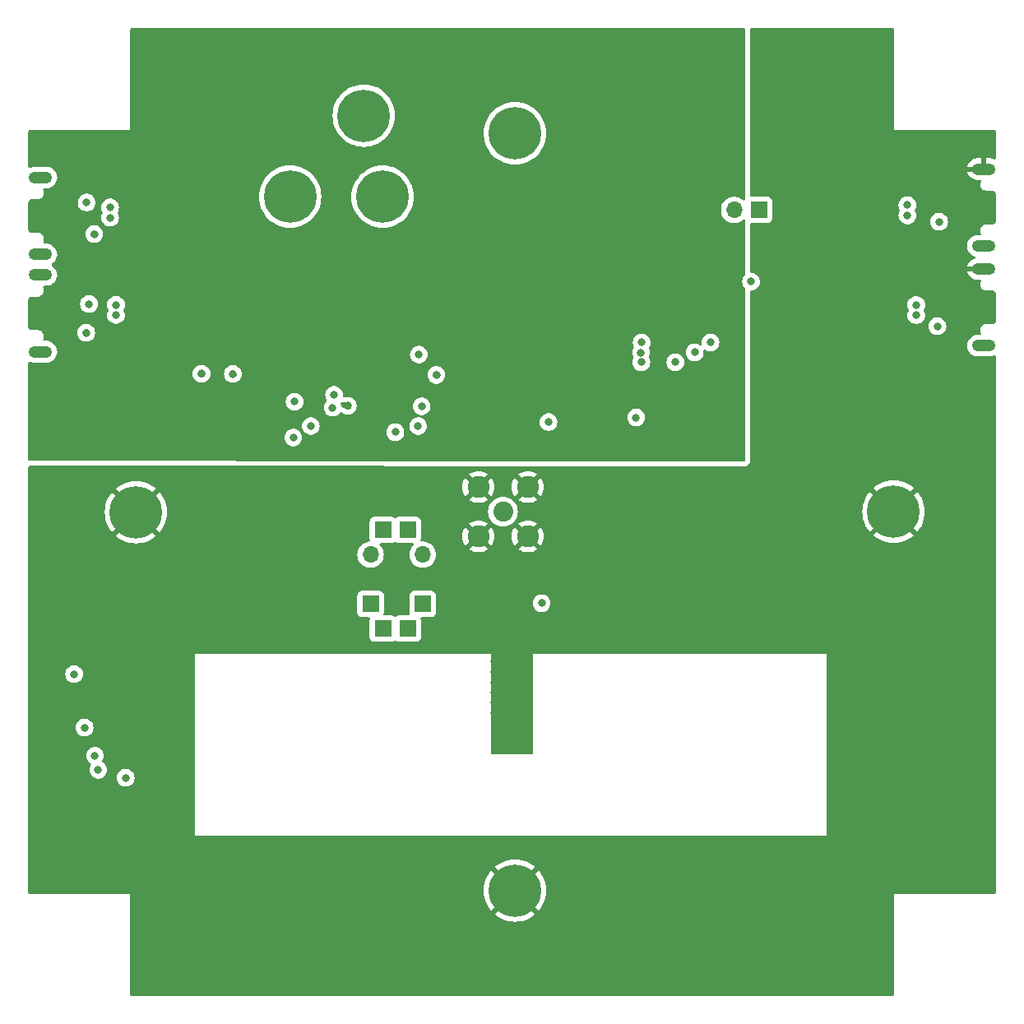
<source format=gbr>
%TF.GenerationSoftware,KiCad,Pcbnew,7.0.1*%
%TF.CreationDate,2024-01-14T19:17:53-07:00*%
%TF.ProjectId,antenna_top_cap,616e7465-6e6e-4615-9f74-6f705f636170,rev?*%
%TF.SameCoordinates,Original*%
%TF.FileFunction,Copper,L2,Inr*%
%TF.FilePolarity,Positive*%
%FSLAX46Y46*%
G04 Gerber Fmt 4.6, Leading zero omitted, Abs format (unit mm)*
G04 Created by KiCad (PCBNEW 7.0.1) date 2024-01-14 19:17:53*
%MOMM*%
%LPD*%
G01*
G04 APERTURE LIST*
%TA.AperFunction,ComponentPad*%
%ADD10O,1.700000X1.700000*%
%TD*%
%TA.AperFunction,ComponentPad*%
%ADD11R,1.700000X1.700000*%
%TD*%
%TA.AperFunction,ComponentPad*%
%ADD12C,5.400000*%
%TD*%
%TA.AperFunction,ComponentPad*%
%ADD13C,2.050000*%
%TD*%
%TA.AperFunction,ComponentPad*%
%ADD14C,2.250000*%
%TD*%
%TA.AperFunction,ComponentPad*%
%ADD15O,2.416000X1.208000*%
%TD*%
%TA.AperFunction,ViaPad*%
%ADD16C,0.800000*%
%TD*%
G04 APERTURE END LIST*
D10*
%TO.N,Net-(J3-Pin_1)*%
%TO.C,J7*%
X150975800Y-116609400D03*
D11*
X152245800Y-114069400D03*
X154785800Y-114069400D03*
D10*
X156345800Y-116609400D03*
D11*
%TO.N,Net-(J3-Pin_2)*%
X150975800Y-121689400D03*
X152245800Y-124229400D03*
X154785800Y-124229400D03*
X156345800Y-121689400D03*
%TD*%
D12*
%TO.N,GND*%
%TO.C,TP3*%
X150275800Y-71419400D03*
%TD*%
D11*
%TO.N,/BATT_NEG*%
%TO.C,J1*%
X190945800Y-81119400D03*
D10*
%TO.N,/BATT_POS*%
X188405800Y-81119400D03*
%TD*%
D12*
%TO.N,GND*%
%TO.C,TP7*%
X142693713Y-79756113D03*
%TD*%
%TO.N,GND*%
%TO.C,TP2*%
X152215800Y-79769400D03*
%TD*%
%TO.N,GND*%
%TO.C,TP5*%
X126825800Y-112239400D03*
%TD*%
%TO.N,GND*%
%TO.C,TP6*%
X165835800Y-73239400D03*
%TD*%
%TO.N,GND*%
%TO.C,TP1*%
X165835800Y-151189400D03*
%TD*%
%TO.N,GND*%
%TO.C,TP4*%
X204805800Y-112189400D03*
%TD*%
D13*
%TO.N,Balun*%
%TO.C,J5*%
X164605800Y-112189400D03*
D14*
%TO.N,GND*%
X162065800Y-109649400D03*
X162065800Y-114729400D03*
X167145800Y-109649400D03*
X167145800Y-114729400D03*
%TD*%
D15*
%TO.N,GND*%
%TO.C,J10*%
X116995800Y-85694400D03*
%TO.N,N/C*%
X116995800Y-77794400D03*
%TD*%
%TO.N,GND*%
%TO.C,J13*%
X214095800Y-87194400D03*
%TO.N,N/C*%
X214095800Y-95094400D03*
%TD*%
%TO.N,GND*%
%TO.C,J15*%
X214095800Y-76919400D03*
%TO.N,N/C*%
X214095800Y-84819400D03*
%TD*%
%TO.N,GND*%
%TO.C,J11*%
X116995800Y-95719400D03*
%TO.N,N/C*%
X116995800Y-87819400D03*
%TD*%
D16*
%TO.N,GND*%
X166395800Y-133959400D03*
X165885800Y-125429400D03*
X163695800Y-129819400D03*
X165785800Y-127499400D03*
X122535800Y-83619400D03*
X165545800Y-117729400D03*
X163705800Y-116759400D03*
X163695800Y-130809400D03*
X163695800Y-131849400D03*
X163705800Y-119859400D03*
X163695800Y-127589400D03*
X165785800Y-129809400D03*
X165785800Y-130799400D03*
X122897421Y-141398978D03*
X209075800Y-78979400D03*
X165545800Y-121979400D03*
X163715800Y-123269400D03*
X165785800Y-131819400D03*
X165785800Y-132959400D03*
X165545800Y-118879400D03*
X165545800Y-119869400D03*
X163705800Y-117749400D03*
X163715800Y-124259400D03*
X163705800Y-118789400D03*
X165545800Y-120909400D03*
X163715800Y-125299400D03*
X165545800Y-116649400D03*
X133575800Y-97979400D03*
X163715800Y-126369400D03*
X165785800Y-128649400D03*
X157755800Y-98109400D03*
X163695800Y-132919400D03*
X163715800Y-122119400D03*
X163695800Y-128669400D03*
X136795800Y-98019400D03*
X165885800Y-126499400D03*
X163715800Y-121039400D03*
X148635800Y-101279400D03*
X209175800Y-89609400D03*
X121705800Y-93769400D03*
%TO.N,3.3V*%
X147075800Y-101489400D03*
X169295800Y-102969400D03*
X155865800Y-103379400D03*
X143145800Y-100869400D03*
X178315800Y-102499400D03*
X155945800Y-96009400D03*
X168585800Y-121599400D03*
X190135800Y-88509400D03*
%TO.N,2.8V*%
X125765800Y-139589400D03*
X144825800Y-103370725D03*
X147215800Y-100149400D03*
%TO.N,/SCL_3V*%
X122944313Y-138770900D03*
%TO.N,/SDA_3V*%
X143015800Y-104569400D03*
X120455800Y-128919400D03*
%TO.N,SCL1*%
X156235800Y-101349400D03*
X153525800Y-103989400D03*
%TO.N,/GPIO*%
X121535800Y-134409400D03*
%TO.N,/XSHUT_2.8V*%
X122604434Y-137311857D03*
%TO.N,/1d-*%
X124159873Y-80864400D03*
%TO.N,/1d+*%
X124159873Y-81914400D03*
%TO.N,Net-(J10-VBUS)*%
X121745800Y-80359400D03*
%TO.N,/0d-*%
X124770784Y-90904400D03*
%TO.N,/0d+*%
X124770784Y-91954400D03*
%TO.N,/2d-*%
X207144972Y-91964400D03*
%TO.N,/2d+*%
X207144972Y-90914400D03*
%TO.N,/3d-*%
X206237842Y-81684400D03*
%TO.N,/3d+*%
X206237842Y-80634400D03*
%TO.N,Net-(J11-VBUS)*%
X121985800Y-90804899D03*
%TO.N,Net-(J13-VBUS)*%
X209325800Y-93099900D03*
%TO.N,Net-(J15-VBUS)*%
X209502184Y-82340211D03*
%TO.N,SPI0_MISO*%
X178875800Y-94779400D03*
X185965800Y-94779400D03*
%TO.N,SPI0_MOSI*%
X184345800Y-95789400D03*
X178824077Y-95810134D03*
%TO.N,SPI0_SCK*%
X178845800Y-96809400D03*
X182345800Y-96809400D03*
%TD*%
%TA.AperFunction,Conductor*%
%TO.N,GND*%
G36*
X204782700Y-62434581D02*
G01*
X204828819Y-62480700D01*
X204845700Y-62543700D01*
X204845700Y-72762963D01*
X204849595Y-72771051D01*
X204858913Y-72797681D01*
X204860910Y-72806431D01*
X204866504Y-72813445D01*
X204881517Y-72837336D01*
X204885412Y-72845424D01*
X204892431Y-72851022D01*
X204912380Y-72870971D01*
X204917976Y-72877988D01*
X204926058Y-72881880D01*
X204949949Y-72896892D01*
X204956969Y-72902490D01*
X204965718Y-72904486D01*
X204992343Y-72913802D01*
X205000437Y-72917700D01*
X205023610Y-72917700D01*
X205091963Y-72917700D01*
X215219660Y-72917700D01*
X215282664Y-72934583D01*
X215328784Y-72980709D01*
X215345660Y-73043716D01*
X215345320Y-75793877D01*
X215330613Y-75852936D01*
X215289938Y-75898212D01*
X215232785Y-75919139D01*
X215172491Y-75910836D01*
X215014510Y-75847590D01*
X214805983Y-75807400D01*
X214349800Y-75807400D01*
X214349800Y-77047400D01*
X214332919Y-77110400D01*
X214286800Y-77156519D01*
X214223800Y-77173400D01*
X212409164Y-77173400D01*
X212436177Y-77284748D01*
X212524401Y-77477931D01*
X212647585Y-77650918D01*
X212801279Y-77797465D01*
X212979937Y-77912283D01*
X213177084Y-77991208D01*
X213385617Y-78031400D01*
X213696241Y-78031400D01*
X213757190Y-78047122D01*
X213802928Y-78090364D01*
X213822043Y-78150336D01*
X213809763Y-78212070D01*
X213777918Y-78278194D01*
X213756692Y-78371193D01*
X213746635Y-78415260D01*
X213745300Y-78421107D01*
X213745300Y-78567693D01*
X213777918Y-78710605D01*
X213820067Y-78798128D01*
X213841521Y-78842677D01*
X213932917Y-78957283D01*
X214047523Y-79048679D01*
X214179594Y-79112281D01*
X214322506Y-79144900D01*
X214373210Y-79144900D01*
X214395800Y-79144900D01*
X214435682Y-79144900D01*
X215014275Y-79144900D01*
X215043831Y-79148415D01*
X215101854Y-79162416D01*
X215132564Y-79174248D01*
X215187751Y-79204306D01*
X215214349Y-79223687D01*
X215259871Y-79267013D01*
X215280544Y-79292624D01*
X215313292Y-79346261D01*
X215326626Y-79376348D01*
X215344368Y-79436635D01*
X215349457Y-79469154D01*
X215350864Y-79527211D01*
X215350243Y-79533406D01*
X215350243Y-79552487D01*
X215349526Y-79565911D01*
X215346697Y-79592306D01*
X215350243Y-79616935D01*
X215350243Y-80869237D01*
X215350242Y-80869716D01*
X215345478Y-82122258D01*
X215341802Y-82147451D01*
X215344517Y-82172812D01*
X215345232Y-82186689D01*
X215345168Y-82203829D01*
X215345932Y-82211591D01*
X215344510Y-82270159D01*
X215339420Y-82302679D01*
X215321679Y-82362952D01*
X215308342Y-82393040D01*
X215275596Y-82446666D01*
X215254920Y-82472276D01*
X215209403Y-82515591D01*
X215182802Y-82534971D01*
X215127624Y-82565019D01*
X215096914Y-82576849D01*
X215040800Y-82590386D01*
X215011251Y-82593900D01*
X214435682Y-82593900D01*
X214395800Y-82593900D01*
X214322506Y-82593900D01*
X214295949Y-82599961D01*
X214179594Y-82626518D01*
X214047524Y-82690120D01*
X213932917Y-82781517D01*
X213841520Y-82896124D01*
X213777918Y-83028194D01*
X213745300Y-83171107D01*
X213745300Y-83317693D01*
X213777918Y-83460606D01*
X213809522Y-83526230D01*
X213821802Y-83587965D01*
X213802687Y-83647936D01*
X213756949Y-83691178D01*
X213696000Y-83706900D01*
X213438805Y-83706900D01*
X213280303Y-83722035D01*
X213280299Y-83722036D01*
X213280300Y-83722036D01*
X213079671Y-83780946D01*
X213076442Y-83781894D01*
X212887600Y-83879248D01*
X212720597Y-84010581D01*
X212581460Y-84171153D01*
X212475232Y-84355148D01*
X212405741Y-84555927D01*
X212375505Y-84766222D01*
X212385614Y-84978444D01*
X212435704Y-85184918D01*
X212500124Y-85325977D01*
X212523965Y-85378180D01*
X212609000Y-85497594D01*
X212647206Y-85551248D01*
X212800967Y-85697859D01*
X212800969Y-85697860D01*
X212800970Y-85697861D01*
X212979704Y-85812727D01*
X213176947Y-85891691D01*
X213176950Y-85891691D01*
X213179352Y-85892653D01*
X213229301Y-85928943D01*
X213256013Y-85984605D01*
X213253076Y-86046275D01*
X213221194Y-86099146D01*
X213168022Y-86130524D01*
X213076628Y-86157360D01*
X212887872Y-86254670D01*
X212720944Y-86385944D01*
X212581870Y-86546443D01*
X212475687Y-86730357D01*
X212406230Y-86931042D01*
X212404884Y-86940400D01*
X214223800Y-86940400D01*
X214286800Y-86957281D01*
X214332919Y-87003400D01*
X214349800Y-87066400D01*
X214349800Y-87322400D01*
X214332919Y-87385400D01*
X214286800Y-87431519D01*
X214223800Y-87448400D01*
X212409164Y-87448400D01*
X212436177Y-87559748D01*
X212524401Y-87752931D01*
X212647585Y-87925918D01*
X212801279Y-88072465D01*
X212979937Y-88187283D01*
X213177084Y-88266208D01*
X213385617Y-88306400D01*
X213696241Y-88306400D01*
X213757190Y-88322122D01*
X213802928Y-88365364D01*
X213822043Y-88425336D01*
X213809763Y-88487070D01*
X213777918Y-88553194D01*
X213745300Y-88696107D01*
X213745300Y-88842693D01*
X213777918Y-88985605D01*
X213820067Y-89073128D01*
X213841521Y-89117677D01*
X213932917Y-89232283D01*
X214047523Y-89323679D01*
X214179594Y-89387281D01*
X214322506Y-89419900D01*
X214373210Y-89419900D01*
X214395800Y-89419900D01*
X214435682Y-89419900D01*
X215014275Y-89419900D01*
X215043831Y-89423415D01*
X215101854Y-89437416D01*
X215132564Y-89449248D01*
X215187751Y-89479306D01*
X215214349Y-89498687D01*
X215259871Y-89542013D01*
X215280544Y-89567624D01*
X215313292Y-89621261D01*
X215326626Y-89651348D01*
X215344368Y-89711635D01*
X215349457Y-89744154D01*
X215350864Y-89802211D01*
X215350243Y-89808406D01*
X215350243Y-89827487D01*
X215349526Y-89840911D01*
X215346697Y-89867306D01*
X215350243Y-89891935D01*
X215350243Y-91144237D01*
X215350242Y-91144716D01*
X215345478Y-92397258D01*
X215341802Y-92422451D01*
X215344517Y-92447812D01*
X215345232Y-92461689D01*
X215345168Y-92478829D01*
X215345932Y-92486591D01*
X215344510Y-92545159D01*
X215339420Y-92577679D01*
X215321679Y-92637952D01*
X215308342Y-92668040D01*
X215275596Y-92721666D01*
X215254920Y-92747276D01*
X215209403Y-92790591D01*
X215182802Y-92809971D01*
X215127624Y-92840019D01*
X215096914Y-92851849D01*
X215040800Y-92865386D01*
X215011251Y-92868900D01*
X214435682Y-92868900D01*
X214395800Y-92868900D01*
X214322506Y-92868900D01*
X214304981Y-92872900D01*
X214179594Y-92901518D01*
X214047524Y-92965120D01*
X213932917Y-93056517D01*
X213841520Y-93171124D01*
X213777918Y-93303194D01*
X213754129Y-93407423D01*
X213748242Y-93433219D01*
X213745300Y-93446107D01*
X213745300Y-93592693D01*
X213777918Y-93735606D01*
X213809522Y-93801230D01*
X213821802Y-93862965D01*
X213802687Y-93922936D01*
X213756949Y-93966178D01*
X213696000Y-93981900D01*
X213438805Y-93981900D01*
X213280303Y-93997035D01*
X213076442Y-94056894D01*
X212887600Y-94154248D01*
X212720597Y-94285581D01*
X212581460Y-94446153D01*
X212475232Y-94630148D01*
X212405741Y-94830927D01*
X212375505Y-95041222D01*
X212385614Y-95253444D01*
X212435704Y-95459918D01*
X212464328Y-95522594D01*
X212523965Y-95653180D01*
X212613704Y-95779201D01*
X212647206Y-95826248D01*
X212800967Y-95972859D01*
X212979707Y-96087729D01*
X213176943Y-96166690D01*
X213176945Y-96166690D01*
X213176947Y-96166691D01*
X213385569Y-96206900D01*
X214752790Y-96206900D01*
X214752795Y-96206900D01*
X214840851Y-96198491D01*
X214911300Y-96191764D01*
X215115155Y-96131907D01*
X215161569Y-96107978D01*
X215223797Y-96094053D01*
X215284879Y-96112383D01*
X215329162Y-96158275D01*
X215345301Y-96219972D01*
X215345697Y-151390699D01*
X215328817Y-151453699D01*
X215282697Y-151499819D01*
X215219697Y-151516700D01*
X205000436Y-151516700D01*
X204992345Y-151520596D01*
X204965723Y-151529911D01*
X204956966Y-151531909D01*
X204949945Y-151537509D01*
X204926066Y-151552514D01*
X204917977Y-151556410D01*
X204912377Y-151563432D01*
X204892432Y-151583377D01*
X204885410Y-151588977D01*
X204881514Y-151597066D01*
X204866509Y-151620945D01*
X204860909Y-151627966D01*
X204858911Y-151636723D01*
X204849596Y-151663345D01*
X204845700Y-151671436D01*
X204845700Y-161890700D01*
X204828819Y-161953700D01*
X204782700Y-161999819D01*
X204719700Y-162016700D01*
X126372700Y-162016700D01*
X126309700Y-161999819D01*
X126263581Y-161953700D01*
X126246700Y-161890700D01*
X126246700Y-153630891D01*
X163753517Y-153630891D01*
X163832489Y-153701466D01*
X164126350Y-153909970D01*
X164441707Y-154084262D01*
X164774592Y-154222148D01*
X165120828Y-154321896D01*
X165476052Y-154382251D01*
X165835800Y-154402455D01*
X166195547Y-154382251D01*
X166550771Y-154321896D01*
X166897007Y-154222148D01*
X167229892Y-154084262D01*
X167545249Y-153909970D01*
X167839105Y-153701469D01*
X167918081Y-153630890D01*
X165835801Y-151548610D01*
X165835799Y-151548610D01*
X163753517Y-153630891D01*
X126246700Y-153630891D01*
X126246700Y-151671439D01*
X126246700Y-151671437D01*
X126242802Y-151663343D01*
X126233486Y-151636718D01*
X126231490Y-151627969D01*
X126225892Y-151620949D01*
X126210880Y-151597058D01*
X126206988Y-151588977D01*
X126206988Y-151588976D01*
X126199971Y-151583380D01*
X126180022Y-151563431D01*
X126174424Y-151556412D01*
X126166336Y-151552517D01*
X126142447Y-151537505D01*
X126135431Y-151531910D01*
X126126678Y-151529912D01*
X126100051Y-151520595D01*
X126091963Y-151516700D01*
X126068790Y-151516700D01*
X115872697Y-151516700D01*
X115809697Y-151499819D01*
X115763578Y-151453701D01*
X115746697Y-151390701D01*
X115746696Y-151189399D01*
X162622744Y-151189399D01*
X162642948Y-151549147D01*
X162703303Y-151904371D01*
X162803051Y-152250607D01*
X162940937Y-152583492D01*
X163115229Y-152898849D01*
X163323733Y-153192710D01*
X163394308Y-153271681D01*
X165476590Y-151189401D01*
X166195010Y-151189401D01*
X168277290Y-153271681D01*
X168347869Y-153192705D01*
X168556370Y-152898849D01*
X168730662Y-152583492D01*
X168868548Y-152250607D01*
X168968296Y-151904371D01*
X169028651Y-151549147D01*
X169048855Y-151189399D01*
X169028651Y-150829652D01*
X168968296Y-150474428D01*
X168868548Y-150128192D01*
X168730662Y-149795307D01*
X168556370Y-149479950D01*
X168347866Y-149186089D01*
X168277291Y-149107117D01*
X166195010Y-151189399D01*
X166195010Y-151189401D01*
X165476590Y-151189401D01*
X165476590Y-151189399D01*
X163394308Y-149107117D01*
X163323733Y-149186090D01*
X163115229Y-149479950D01*
X162940937Y-149795307D01*
X162803051Y-150128192D01*
X162703303Y-150474428D01*
X162642948Y-150829652D01*
X162622744Y-151189399D01*
X115746696Y-151189399D01*
X115746678Y-148747908D01*
X163753517Y-148747908D01*
X165835799Y-150830190D01*
X165835801Y-150830190D01*
X167918081Y-148747908D01*
X167918081Y-148747907D01*
X167839110Y-148677333D01*
X167545249Y-148468829D01*
X167229892Y-148294537D01*
X166897007Y-148156651D01*
X166550771Y-148056903D01*
X166195547Y-147996548D01*
X165835800Y-147976344D01*
X165476052Y-147996548D01*
X165120828Y-148056903D01*
X164774592Y-148156651D01*
X164441707Y-148294537D01*
X164126350Y-148468829D01*
X163832490Y-148677333D01*
X163753517Y-148747908D01*
X115746678Y-148747908D01*
X115746601Y-138233957D01*
X115746594Y-137311857D01*
X121690930Y-137311857D01*
X121710892Y-137501786D01*
X121769906Y-137683413D01*
X121865392Y-137848799D01*
X121933100Y-137923996D01*
X121993181Y-137990723D01*
X122147682Y-138102975D01*
X122147685Y-138102976D01*
X122149745Y-138104473D01*
X122188932Y-138151174D01*
X122201607Y-138210806D01*
X122184803Y-138269409D01*
X122109785Y-138399343D01*
X122050771Y-138580970D01*
X122030809Y-138770899D01*
X122050771Y-138960829D01*
X122109785Y-139142456D01*
X122205271Y-139307842D01*
X122205273Y-139307844D01*
X122333060Y-139449766D01*
X122487561Y-139562018D01*
X122662025Y-139639694D01*
X122848826Y-139679400D01*
X123039798Y-139679400D01*
X123039800Y-139679400D01*
X123226601Y-139639694D01*
X123339564Y-139589400D01*
X124852296Y-139589400D01*
X124872258Y-139779329D01*
X124931272Y-139960956D01*
X125026758Y-140126342D01*
X125026760Y-140126344D01*
X125154547Y-140268266D01*
X125309048Y-140380518D01*
X125483512Y-140458194D01*
X125670313Y-140497900D01*
X125861285Y-140497900D01*
X125861287Y-140497900D01*
X126048088Y-140458194D01*
X126222552Y-140380518D01*
X126377053Y-140268266D01*
X126504840Y-140126344D01*
X126600327Y-139960956D01*
X126659342Y-139779328D01*
X126679304Y-139589400D01*
X126659342Y-139399472D01*
X126600327Y-139217844D01*
X126600327Y-139217843D01*
X126504841Y-139052457D01*
X126377052Y-138910533D01*
X126222553Y-138798283D01*
X126222552Y-138798282D01*
X126048088Y-138720606D01*
X125861287Y-138680900D01*
X125670313Y-138680900D01*
X125545778Y-138707370D01*
X125483511Y-138720606D01*
X125309046Y-138798283D01*
X125154547Y-138910533D01*
X125026758Y-139052457D01*
X124931272Y-139217843D01*
X124872258Y-139399470D01*
X124852296Y-139589400D01*
X123339564Y-139589400D01*
X123401065Y-139562018D01*
X123555566Y-139449766D01*
X123683353Y-139307844D01*
X123778840Y-139142456D01*
X123837855Y-138960828D01*
X123857817Y-138770900D01*
X123837855Y-138580972D01*
X123778840Y-138399344D01*
X123778840Y-138399343D01*
X123683354Y-138233957D01*
X123555565Y-138092033D01*
X123399001Y-137978282D01*
X123359814Y-137931580D01*
X123347139Y-137871948D01*
X123363941Y-137813350D01*
X123438961Y-137683413D01*
X123497976Y-137501785D01*
X123517938Y-137311857D01*
X123497976Y-137121929D01*
X123438961Y-136940301D01*
X123438961Y-136940300D01*
X123343475Y-136774914D01*
X123215686Y-136632990D01*
X123061187Y-136520740D01*
X123061186Y-136520739D01*
X122886722Y-136443063D01*
X122699921Y-136403357D01*
X122508947Y-136403357D01*
X122384413Y-136429827D01*
X122322145Y-136443063D01*
X122147680Y-136520740D01*
X121993181Y-136632990D01*
X121865392Y-136774914D01*
X121769906Y-136940300D01*
X121710892Y-137121927D01*
X121690930Y-137311857D01*
X115746594Y-137311857D01*
X115746573Y-134409400D01*
X120622296Y-134409400D01*
X120642258Y-134599329D01*
X120701272Y-134780956D01*
X120796758Y-134946342D01*
X120796760Y-134946344D01*
X120924547Y-135088266D01*
X121079048Y-135200518D01*
X121253512Y-135278194D01*
X121440313Y-135317900D01*
X121631285Y-135317900D01*
X121631287Y-135317900D01*
X121818088Y-135278194D01*
X121992552Y-135200518D01*
X122147053Y-135088266D01*
X122274840Y-134946344D01*
X122370327Y-134780956D01*
X122429342Y-134599328D01*
X122449304Y-134409400D01*
X122429342Y-134219472D01*
X122370327Y-134037844D01*
X122370327Y-134037843D01*
X122274841Y-133872457D01*
X122147052Y-133730533D01*
X121992553Y-133618283D01*
X121992552Y-133618282D01*
X121818088Y-133540606D01*
X121631287Y-133500900D01*
X121440313Y-133500900D01*
X121315779Y-133527370D01*
X121253511Y-133540606D01*
X121079046Y-133618283D01*
X120924547Y-133730533D01*
X120796758Y-133872457D01*
X120701272Y-134037843D01*
X120642258Y-134219470D01*
X120622296Y-134409400D01*
X115746573Y-134409400D01*
X115746533Y-128919400D01*
X119542296Y-128919400D01*
X119562258Y-129109329D01*
X119621272Y-129290956D01*
X119716758Y-129456342D01*
X119716760Y-129456344D01*
X119844547Y-129598266D01*
X119999048Y-129710518D01*
X120173512Y-129788194D01*
X120360313Y-129827900D01*
X120551285Y-129827900D01*
X120551287Y-129827900D01*
X120738088Y-129788194D01*
X120912552Y-129710518D01*
X121067053Y-129598266D01*
X121194840Y-129456344D01*
X121290327Y-129290956D01*
X121349342Y-129109328D01*
X121369304Y-128919400D01*
X121349342Y-128729472D01*
X121290327Y-128547844D01*
X121290327Y-128547843D01*
X121194841Y-128382457D01*
X121067052Y-128240533D01*
X120912553Y-128128283D01*
X120912552Y-128128282D01*
X120738088Y-128050606D01*
X120551287Y-128010900D01*
X120360313Y-128010900D01*
X120235778Y-128037370D01*
X120173511Y-128050606D01*
X119999046Y-128128283D01*
X119844547Y-128240533D01*
X119716758Y-128382457D01*
X119621272Y-128547843D01*
X119562258Y-128729470D01*
X119542296Y-128919400D01*
X115746533Y-128919400D01*
X115746518Y-126869400D01*
X132885800Y-126869400D01*
X132885800Y-145539400D01*
X180309890Y-145539400D01*
X180346465Y-145544825D01*
X180400269Y-145561147D01*
X180586600Y-145579499D01*
X180772931Y-145561147D01*
X180826734Y-145544825D01*
X180863310Y-145539400D01*
X197915800Y-145539400D01*
X197915800Y-126869400D01*
X167665800Y-126869400D01*
X167665800Y-137053400D01*
X167648919Y-137116400D01*
X167602800Y-137162519D01*
X167539800Y-137179400D01*
X163541800Y-137179400D01*
X163478800Y-137162519D01*
X163432681Y-137116400D01*
X163415800Y-137053400D01*
X163415800Y-126869400D01*
X132885800Y-126869400D01*
X115746518Y-126869400D01*
X115746488Y-122588038D01*
X149617300Y-122588038D01*
X149623811Y-122648600D01*
X149674911Y-122785605D01*
X149762538Y-122902661D01*
X149879594Y-122990288D01*
X149879595Y-122990288D01*
X149879596Y-122990289D01*
X150016599Y-123041389D01*
X150077162Y-123047900D01*
X150795250Y-123047900D01*
X150853652Y-123062252D01*
X150898749Y-123102039D01*
X150920268Y-123158197D01*
X150913306Y-123217932D01*
X150893811Y-123270199D01*
X150887300Y-123330762D01*
X150887300Y-125128038D01*
X150893811Y-125188600D01*
X150944911Y-125325605D01*
X151032538Y-125442661D01*
X151149594Y-125530288D01*
X151149595Y-125530288D01*
X151149596Y-125530289D01*
X151286599Y-125581389D01*
X151347162Y-125587900D01*
X153144438Y-125587900D01*
X153205001Y-125581389D01*
X153342004Y-125530289D01*
X153440292Y-125456710D01*
X153489016Y-125434460D01*
X153542584Y-125434460D01*
X153591307Y-125456710D01*
X153689596Y-125530289D01*
X153826599Y-125581389D01*
X153887162Y-125587900D01*
X155684438Y-125587900D01*
X155745001Y-125581389D01*
X155882004Y-125530289D01*
X155999061Y-125442661D01*
X156086689Y-125325604D01*
X156137789Y-125188601D01*
X156144300Y-125128038D01*
X156144300Y-123330762D01*
X156137789Y-123270199D01*
X156118293Y-123217931D01*
X156111332Y-123158197D01*
X156132851Y-123102039D01*
X156177948Y-123062252D01*
X156236350Y-123047900D01*
X157244438Y-123047900D01*
X157305001Y-123041389D01*
X157442004Y-122990289D01*
X157559061Y-122902661D01*
X157646689Y-122785604D01*
X157697789Y-122648601D01*
X157704300Y-122588038D01*
X157704300Y-121599399D01*
X167672296Y-121599399D01*
X167692258Y-121789329D01*
X167751272Y-121970956D01*
X167846758Y-122136342D01*
X167846760Y-122136344D01*
X167974547Y-122278266D01*
X168129048Y-122390518D01*
X168303512Y-122468194D01*
X168490313Y-122507900D01*
X168681285Y-122507900D01*
X168681287Y-122507900D01*
X168868088Y-122468194D01*
X169042552Y-122390518D01*
X169197053Y-122278266D01*
X169324840Y-122136344D01*
X169420327Y-121970956D01*
X169479342Y-121789328D01*
X169499304Y-121599400D01*
X169479342Y-121409472D01*
X169420327Y-121227844D01*
X169420327Y-121227843D01*
X169324841Y-121062457D01*
X169197052Y-120920533D01*
X169042553Y-120808283D01*
X169042552Y-120808282D01*
X168868088Y-120730606D01*
X168681287Y-120690900D01*
X168490313Y-120690900D01*
X168365778Y-120717370D01*
X168303511Y-120730606D01*
X168129046Y-120808283D01*
X167974547Y-120920533D01*
X167846758Y-121062457D01*
X167751272Y-121227843D01*
X167692258Y-121409470D01*
X167672296Y-121599399D01*
X157704300Y-121599399D01*
X157704300Y-120790762D01*
X157697789Y-120730199D01*
X157646689Y-120593196D01*
X157646688Y-120593194D01*
X157559061Y-120476138D01*
X157442005Y-120388511D01*
X157373502Y-120362960D01*
X157305001Y-120337411D01*
X157244438Y-120330900D01*
X155447162Y-120330900D01*
X155386599Y-120337411D01*
X155249594Y-120388511D01*
X155132538Y-120476138D01*
X155044911Y-120593194D01*
X154993811Y-120730199D01*
X154987300Y-120790762D01*
X154987300Y-122588038D01*
X154993811Y-122648600D01*
X155013306Y-122700868D01*
X155020268Y-122760603D01*
X154998749Y-122816761D01*
X154953652Y-122856548D01*
X154895250Y-122870900D01*
X153887162Y-122870900D01*
X153826599Y-122877411D01*
X153689594Y-122928511D01*
X153591309Y-123002087D01*
X153542583Y-123024339D01*
X153489017Y-123024339D01*
X153440291Y-123002087D01*
X153342005Y-122928511D01*
X153272698Y-122902661D01*
X153205001Y-122877411D01*
X153144438Y-122870900D01*
X152426350Y-122870900D01*
X152367948Y-122856548D01*
X152322851Y-122816761D01*
X152301332Y-122760603D01*
X152308294Y-122700868D01*
X152327789Y-122648601D01*
X152334300Y-122588038D01*
X152334300Y-120790762D01*
X152327789Y-120730199D01*
X152276689Y-120593196D01*
X152276688Y-120593194D01*
X152189061Y-120476138D01*
X152072005Y-120388511D01*
X152003502Y-120362960D01*
X151935001Y-120337411D01*
X151874438Y-120330900D01*
X150077162Y-120330900D01*
X150016599Y-120337411D01*
X149879594Y-120388511D01*
X149762538Y-120476138D01*
X149674911Y-120593194D01*
X149623811Y-120730199D01*
X149617300Y-120790762D01*
X149617300Y-122588038D01*
X115746488Y-122588038D01*
X115746445Y-116609400D01*
X149612644Y-116609400D01*
X149631236Y-116833768D01*
X149631236Y-116833771D01*
X149631237Y-116833772D01*
X149686502Y-117052011D01*
X149776939Y-117258190D01*
X149900078Y-117446668D01*
X150052562Y-117612308D01*
X150230221Y-117750587D01*
X150230224Y-117750589D01*
X150428226Y-117857742D01*
X150641165Y-117930844D01*
X150863231Y-117967900D01*
X151088366Y-117967900D01*
X151088369Y-117967900D01*
X151310435Y-117930844D01*
X151523374Y-117857742D01*
X151721376Y-117750589D01*
X151899040Y-117612306D01*
X152051522Y-117446668D01*
X152174660Y-117258191D01*
X152265096Y-117052016D01*
X152320364Y-116833768D01*
X152338956Y-116609400D01*
X152320364Y-116385032D01*
X152265096Y-116166784D01*
X152174660Y-115960609D01*
X152051522Y-115772132D01*
X151929182Y-115639237D01*
X151900829Y-115588853D01*
X151897962Y-115531109D01*
X151921186Y-115478164D01*
X151965611Y-115441164D01*
X152021884Y-115427900D01*
X153144438Y-115427900D01*
X153205001Y-115421389D01*
X153342004Y-115370289D01*
X153440292Y-115296710D01*
X153489016Y-115274460D01*
X153542584Y-115274460D01*
X153591307Y-115296710D01*
X153689596Y-115370289D01*
X153826599Y-115421389D01*
X153887162Y-115427900D01*
X155299716Y-115427900D01*
X155355989Y-115441164D01*
X155400414Y-115478164D01*
X155423638Y-115531109D01*
X155420771Y-115588853D01*
X155392417Y-115639238D01*
X155270078Y-115772131D01*
X155146939Y-115960609D01*
X155056502Y-116166788D01*
X155001237Y-116385027D01*
X155001236Y-116385032D01*
X154982644Y-116609400D01*
X155001236Y-116833768D01*
X155001236Y-116833771D01*
X155001237Y-116833772D01*
X155056502Y-117052011D01*
X155146939Y-117258190D01*
X155270078Y-117446668D01*
X155422562Y-117612308D01*
X155600221Y-117750587D01*
X155600224Y-117750589D01*
X155798226Y-117857742D01*
X156011165Y-117930844D01*
X156233231Y-117967900D01*
X156458366Y-117967900D01*
X156458369Y-117967900D01*
X156680435Y-117930844D01*
X156893374Y-117857742D01*
X157091376Y-117750589D01*
X157269040Y-117612306D01*
X157421522Y-117446668D01*
X157544660Y-117258191D01*
X157635096Y-117052016D01*
X157690364Y-116833768D01*
X157708956Y-116609400D01*
X157690364Y-116385032D01*
X157635096Y-116166784D01*
X157585250Y-116053146D01*
X161101262Y-116053146D01*
X161102976Y-116054608D01*
X161322142Y-116188913D01*
X161559613Y-116287277D01*
X161809552Y-116347282D01*
X162065800Y-116367449D01*
X162322047Y-116347282D01*
X162571986Y-116287277D01*
X162809457Y-116188913D01*
X163028624Y-116054608D01*
X163030335Y-116053146D01*
X166181262Y-116053146D01*
X166182976Y-116054608D01*
X166402142Y-116188913D01*
X166639613Y-116287277D01*
X166889552Y-116347282D01*
X167145800Y-116367449D01*
X167402047Y-116347282D01*
X167651986Y-116287277D01*
X167889457Y-116188913D01*
X168108624Y-116054608D01*
X168110335Y-116053146D01*
X168110336Y-116053145D01*
X167145801Y-115088610D01*
X167145799Y-115088610D01*
X166181262Y-116053145D01*
X166181262Y-116053146D01*
X163030335Y-116053146D01*
X163030336Y-116053145D01*
X162065801Y-115088610D01*
X162065799Y-115088610D01*
X161101262Y-116053145D01*
X161101262Y-116053146D01*
X157585250Y-116053146D01*
X157544660Y-115960609D01*
X157421522Y-115772132D01*
X157269040Y-115606494D01*
X157269039Y-115606493D01*
X157269037Y-115606491D01*
X157091378Y-115468212D01*
X156893373Y-115361057D01*
X156749227Y-115311572D01*
X156680435Y-115287956D01*
X156458369Y-115250900D01*
X156236350Y-115250900D01*
X156177948Y-115236548D01*
X156132851Y-115196761D01*
X156111332Y-115140603D01*
X156118294Y-115080868D01*
X156137789Y-115028601D01*
X156144300Y-114968038D01*
X156144300Y-114729400D01*
X160427750Y-114729400D01*
X160447917Y-114985647D01*
X160507922Y-115235586D01*
X160606286Y-115473057D01*
X160740592Y-115692225D01*
X160742053Y-115693936D01*
X161706590Y-114729401D01*
X162425010Y-114729401D01*
X163389545Y-115693936D01*
X163389546Y-115693935D01*
X163391008Y-115692224D01*
X163525313Y-115473057D01*
X163623677Y-115235586D01*
X163683682Y-114985647D01*
X163703849Y-114729400D01*
X165507750Y-114729400D01*
X165527917Y-114985647D01*
X165587922Y-115235586D01*
X165686286Y-115473057D01*
X165820592Y-115692225D01*
X165822053Y-115693936D01*
X166786590Y-114729401D01*
X167505010Y-114729401D01*
X168469545Y-115693936D01*
X168469546Y-115693935D01*
X168471008Y-115692224D01*
X168605313Y-115473057D01*
X168703677Y-115235586D01*
X168763682Y-114985647D01*
X168783849Y-114729400D01*
X168776096Y-114630891D01*
X202723517Y-114630891D01*
X202802489Y-114701466D01*
X203096350Y-114909970D01*
X203411707Y-115084262D01*
X203744592Y-115222148D01*
X204090828Y-115321896D01*
X204446052Y-115382251D01*
X204805799Y-115402455D01*
X205165547Y-115382251D01*
X205520771Y-115321896D01*
X205867007Y-115222148D01*
X206199892Y-115084262D01*
X206515249Y-114909970D01*
X206809105Y-114701469D01*
X206888081Y-114630890D01*
X204805801Y-112548610D01*
X204805799Y-112548610D01*
X202723517Y-114630891D01*
X168776096Y-114630891D01*
X168763682Y-114473152D01*
X168703677Y-114223213D01*
X168605313Y-113985742D01*
X168471008Y-113766576D01*
X168469545Y-113764862D01*
X167505010Y-114729399D01*
X167505010Y-114729401D01*
X166786590Y-114729401D01*
X166786590Y-114729399D01*
X165822053Y-113764862D01*
X165820592Y-113766574D01*
X165686286Y-113985742D01*
X165587922Y-114223213D01*
X165527917Y-114473152D01*
X165507750Y-114729400D01*
X163703849Y-114729400D01*
X163683682Y-114473152D01*
X163623677Y-114223213D01*
X163525313Y-113985742D01*
X163391008Y-113766576D01*
X163389545Y-113764862D01*
X162425010Y-114729399D01*
X162425010Y-114729401D01*
X161706590Y-114729401D01*
X161706590Y-114729399D01*
X160742053Y-113764862D01*
X160740592Y-113766574D01*
X160606286Y-113985742D01*
X160507922Y-114223213D01*
X160447917Y-114473152D01*
X160427750Y-114729400D01*
X156144300Y-114729400D01*
X156144300Y-113405653D01*
X161101262Y-113405653D01*
X162065799Y-114370190D01*
X162065801Y-114370190D01*
X163030336Y-113405653D01*
X163028625Y-113404192D01*
X162809457Y-113269886D01*
X162571986Y-113171522D01*
X162322047Y-113111517D01*
X162065800Y-113091350D01*
X161809552Y-113111517D01*
X161559613Y-113171522D01*
X161322142Y-113269886D01*
X161102974Y-113404192D01*
X161101262Y-113405653D01*
X156144300Y-113405653D01*
X156144300Y-113170762D01*
X156137789Y-113110199D01*
X156086689Y-112973196D01*
X156055800Y-112931933D01*
X155999061Y-112856138D01*
X155882005Y-112768511D01*
X155813502Y-112742960D01*
X155745001Y-112717411D01*
X155684438Y-112710900D01*
X153887162Y-112710900D01*
X153826599Y-112717411D01*
X153689594Y-112768511D01*
X153591309Y-112842087D01*
X153542583Y-112864339D01*
X153489017Y-112864339D01*
X153440291Y-112842087D01*
X153342005Y-112768511D01*
X153273502Y-112742960D01*
X153205001Y-112717411D01*
X153144438Y-112710900D01*
X151347162Y-112710900D01*
X151286599Y-112717411D01*
X151149594Y-112768511D01*
X151032538Y-112856138D01*
X150944911Y-112973194D01*
X150893811Y-113110199D01*
X150887300Y-113170762D01*
X150887300Y-114968038D01*
X150893811Y-115028600D01*
X150916677Y-115089907D01*
X150924181Y-115144463D01*
X150907701Y-115197008D01*
X150870384Y-115237506D01*
X150819361Y-115258220D01*
X150641165Y-115287956D01*
X150641162Y-115287956D01*
X150641162Y-115287957D01*
X150428226Y-115361057D01*
X150230221Y-115468212D01*
X150052562Y-115606491D01*
X149900078Y-115772131D01*
X149776939Y-115960609D01*
X149686502Y-116166788D01*
X149631237Y-116385027D01*
X149631236Y-116385032D01*
X149612644Y-116609400D01*
X115746445Y-116609400D01*
X115746431Y-114680891D01*
X124743517Y-114680891D01*
X124822489Y-114751466D01*
X125116350Y-114959970D01*
X125431707Y-115134262D01*
X125764592Y-115272148D01*
X126110828Y-115371896D01*
X126466052Y-115432251D01*
X126825799Y-115452455D01*
X127185547Y-115432251D01*
X127540771Y-115371896D01*
X127887007Y-115272148D01*
X128219892Y-115134262D01*
X128535249Y-114959970D01*
X128829105Y-114751469D01*
X128908081Y-114680890D01*
X126825801Y-112598610D01*
X126825799Y-112598610D01*
X124743517Y-114680891D01*
X115746431Y-114680891D01*
X115746413Y-112239399D01*
X123612744Y-112239399D01*
X123632948Y-112599147D01*
X123693303Y-112954371D01*
X123793051Y-113300607D01*
X123930937Y-113633492D01*
X124105229Y-113948849D01*
X124313733Y-114242710D01*
X124384308Y-114321681D01*
X126466590Y-112239401D01*
X127185010Y-112239401D01*
X129267290Y-114321681D01*
X129337869Y-114242705D01*
X129546370Y-113948849D01*
X129720662Y-113633492D01*
X129858548Y-113300607D01*
X129958296Y-112954371D01*
X130018651Y-112599147D01*
X130038855Y-112239400D01*
X130036047Y-112189399D01*
X163067558Y-112189399D01*
X163086496Y-112430034D01*
X163142845Y-112664744D01*
X163225520Y-112864339D01*
X163235216Y-112887747D01*
X163361336Y-113093556D01*
X163518099Y-113277101D01*
X163701644Y-113433864D01*
X163907453Y-113559984D01*
X164130457Y-113652355D01*
X164365166Y-113708704D01*
X164605800Y-113727642D01*
X164846434Y-113708704D01*
X165081143Y-113652355D01*
X165304147Y-113559984D01*
X165509956Y-113433864D01*
X165542987Y-113405653D01*
X166181262Y-113405653D01*
X167145799Y-114370190D01*
X167145801Y-114370190D01*
X168110336Y-113405653D01*
X168108625Y-113404192D01*
X167889457Y-113269886D01*
X167651986Y-113171522D01*
X167402047Y-113111517D01*
X167145800Y-113091350D01*
X166889552Y-113111517D01*
X166639613Y-113171522D01*
X166402142Y-113269886D01*
X166182974Y-113404192D01*
X166181262Y-113405653D01*
X165542987Y-113405653D01*
X165693501Y-113277101D01*
X165850264Y-113093556D01*
X165976384Y-112887747D01*
X166068755Y-112664743D01*
X166125104Y-112430034D01*
X166144042Y-112189400D01*
X166144042Y-112189399D01*
X201592744Y-112189399D01*
X201612948Y-112549147D01*
X201673303Y-112904371D01*
X201773051Y-113250607D01*
X201910937Y-113583492D01*
X202085229Y-113898849D01*
X202293733Y-114192710D01*
X202364308Y-114271681D01*
X204446590Y-112189401D01*
X205165010Y-112189401D01*
X207247290Y-114271681D01*
X207317869Y-114192705D01*
X207526370Y-113898849D01*
X207700662Y-113583492D01*
X207838548Y-113250607D01*
X207938296Y-112904371D01*
X207998651Y-112549147D01*
X208018855Y-112189399D01*
X207998651Y-111829652D01*
X207938296Y-111474428D01*
X207838548Y-111128192D01*
X207700662Y-110795307D01*
X207526370Y-110479950D01*
X207317866Y-110186089D01*
X207247291Y-110107117D01*
X205165010Y-112189399D01*
X205165010Y-112189401D01*
X204446590Y-112189401D01*
X204446590Y-112189399D01*
X202364308Y-110107117D01*
X202293733Y-110186090D01*
X202085229Y-110479950D01*
X201910937Y-110795307D01*
X201773051Y-111128192D01*
X201673303Y-111474428D01*
X201612948Y-111829652D01*
X201592744Y-112189399D01*
X166144042Y-112189399D01*
X166125104Y-111948766D01*
X166068755Y-111714057D01*
X165976384Y-111491053D01*
X165850264Y-111285244D01*
X165693501Y-111101699D01*
X165542986Y-110973146D01*
X166181262Y-110973146D01*
X166182976Y-110974608D01*
X166402142Y-111108913D01*
X166639613Y-111207277D01*
X166889552Y-111267282D01*
X167145800Y-111287449D01*
X167402047Y-111267282D01*
X167651986Y-111207277D01*
X167889457Y-111108913D01*
X168108624Y-110974608D01*
X168110335Y-110973146D01*
X168110336Y-110973145D01*
X167145801Y-110008610D01*
X167145799Y-110008610D01*
X166181262Y-110973145D01*
X166181262Y-110973146D01*
X165542986Y-110973146D01*
X165509956Y-110944936D01*
X165304147Y-110818816D01*
X165304145Y-110818815D01*
X165081144Y-110726445D01*
X164846434Y-110670096D01*
X164605800Y-110651158D01*
X164365165Y-110670096D01*
X164130455Y-110726445D01*
X163907454Y-110818815D01*
X163804548Y-110881875D01*
X163701644Y-110944936D01*
X163518099Y-111101699D01*
X163427927Y-111207277D01*
X163361337Y-111285243D01*
X163235215Y-111491054D01*
X163142845Y-111714055D01*
X163086496Y-111948765D01*
X163067558Y-112189399D01*
X130036047Y-112189399D01*
X130018651Y-111879652D01*
X129958296Y-111524428D01*
X129858548Y-111178192D01*
X129773615Y-110973146D01*
X161101262Y-110973146D01*
X161102976Y-110974608D01*
X161322142Y-111108913D01*
X161559613Y-111207277D01*
X161809552Y-111267282D01*
X162065800Y-111287449D01*
X162322047Y-111267282D01*
X162571986Y-111207277D01*
X162809457Y-111108913D01*
X163028624Y-110974608D01*
X163030335Y-110973146D01*
X163030336Y-110973145D01*
X162065801Y-110008610D01*
X162065799Y-110008610D01*
X161101262Y-110973145D01*
X161101262Y-110973146D01*
X129773615Y-110973146D01*
X129720662Y-110845307D01*
X129546370Y-110529950D01*
X129337866Y-110236089D01*
X129267291Y-110157117D01*
X127185010Y-112239399D01*
X127185010Y-112239401D01*
X126466590Y-112239401D01*
X126466590Y-112239399D01*
X124384308Y-110157117D01*
X124313733Y-110236090D01*
X124105229Y-110529950D01*
X123930937Y-110845307D01*
X123793051Y-111178192D01*
X123693303Y-111524428D01*
X123632948Y-111879652D01*
X123612744Y-112239399D01*
X115746413Y-112239399D01*
X115746395Y-109797908D01*
X124743517Y-109797908D01*
X126825799Y-111880190D01*
X126825801Y-111880190D01*
X128908081Y-109797908D01*
X128908081Y-109797907D01*
X128829110Y-109727333D01*
X128719273Y-109649400D01*
X160427750Y-109649400D01*
X160447917Y-109905647D01*
X160507922Y-110155586D01*
X160606286Y-110393057D01*
X160740592Y-110612225D01*
X160742053Y-110613936D01*
X161706590Y-109649401D01*
X162425010Y-109649401D01*
X163389545Y-110613936D01*
X163389546Y-110613935D01*
X163391008Y-110612224D01*
X163525313Y-110393057D01*
X163623677Y-110155586D01*
X163683682Y-109905647D01*
X163703849Y-109649400D01*
X165507750Y-109649400D01*
X165527917Y-109905647D01*
X165587922Y-110155586D01*
X165686286Y-110393057D01*
X165820592Y-110612225D01*
X165822053Y-110613936D01*
X166786590Y-109649401D01*
X167505010Y-109649401D01*
X168469545Y-110613936D01*
X168469546Y-110613935D01*
X168471008Y-110612224D01*
X168605313Y-110393057D01*
X168703677Y-110155586D01*
X168763682Y-109905647D01*
X168776096Y-109747908D01*
X202723517Y-109747908D01*
X204805799Y-111830190D01*
X204805801Y-111830190D01*
X206888081Y-109747908D01*
X206888081Y-109747907D01*
X206809110Y-109677333D01*
X206515249Y-109468829D01*
X206199892Y-109294537D01*
X205867007Y-109156651D01*
X205520771Y-109056903D01*
X205165547Y-108996548D01*
X204805800Y-108976344D01*
X204446052Y-108996548D01*
X204090828Y-109056903D01*
X203744592Y-109156651D01*
X203411707Y-109294537D01*
X203096350Y-109468829D01*
X202802490Y-109677333D01*
X202723517Y-109747908D01*
X168776096Y-109747908D01*
X168783849Y-109649400D01*
X168763682Y-109393152D01*
X168703677Y-109143213D01*
X168605313Y-108905742D01*
X168471008Y-108686576D01*
X168469545Y-108684862D01*
X167505010Y-109649399D01*
X167505010Y-109649401D01*
X166786590Y-109649401D01*
X166786590Y-109649399D01*
X165822053Y-108684862D01*
X165820592Y-108686574D01*
X165686286Y-108905742D01*
X165587922Y-109143213D01*
X165527917Y-109393152D01*
X165507750Y-109649400D01*
X163703849Y-109649400D01*
X163683682Y-109393152D01*
X163623677Y-109143213D01*
X163525313Y-108905742D01*
X163391008Y-108686576D01*
X163389545Y-108684862D01*
X162425010Y-109649399D01*
X162425010Y-109649401D01*
X161706590Y-109649401D01*
X161706590Y-109649399D01*
X160742053Y-108684862D01*
X160740592Y-108686574D01*
X160606286Y-108905742D01*
X160507922Y-109143213D01*
X160447917Y-109393152D01*
X160427750Y-109649400D01*
X128719273Y-109649400D01*
X128535249Y-109518829D01*
X128219892Y-109344537D01*
X127887007Y-109206651D01*
X127540771Y-109106903D01*
X127185547Y-109046548D01*
X126825800Y-109026344D01*
X126466052Y-109046548D01*
X126110828Y-109106903D01*
X125764592Y-109206651D01*
X125431707Y-109344537D01*
X125116350Y-109518829D01*
X124822490Y-109727333D01*
X124743517Y-109797908D01*
X115746395Y-109797908D01*
X115746384Y-108325653D01*
X161101262Y-108325653D01*
X162065799Y-109290190D01*
X162065801Y-109290190D01*
X163030336Y-108325653D01*
X166181262Y-108325653D01*
X167145799Y-109290190D01*
X167145801Y-109290190D01*
X168110336Y-108325653D01*
X168108625Y-108324192D01*
X167889457Y-108189886D01*
X167651986Y-108091522D01*
X167402047Y-108031517D01*
X167145800Y-108011350D01*
X166889552Y-108031517D01*
X166639613Y-108091522D01*
X166402142Y-108189886D01*
X166182974Y-108324192D01*
X166181262Y-108325653D01*
X163030336Y-108325653D01*
X163028625Y-108324192D01*
X162809457Y-108189886D01*
X162571986Y-108091522D01*
X162322047Y-108031517D01*
X162065800Y-108011350D01*
X161809552Y-108031517D01*
X161559613Y-108091522D01*
X161322142Y-108189886D01*
X161102974Y-108324192D01*
X161101262Y-108325653D01*
X115746384Y-108325653D01*
X115746379Y-107599612D01*
X115763276Y-107536583D01*
X115809437Y-107490459D01*
X115872478Y-107473612D01*
X189419287Y-107532798D01*
X189419287Y-107532797D01*
X189419288Y-107532798D01*
X189463613Y-107526995D01*
X189552267Y-107515391D01*
X189615308Y-107498545D01*
X189739251Y-107447294D01*
X189845695Y-107365697D01*
X189891856Y-107319573D01*
X189973537Y-107213198D01*
X190024886Y-107089301D01*
X190041784Y-107026272D01*
X190059300Y-106893299D01*
X190059300Y-93099900D01*
X208412296Y-93099900D01*
X208432258Y-93289829D01*
X208491272Y-93471456D01*
X208586758Y-93636842D01*
X208701190Y-93763931D01*
X208714547Y-93778766D01*
X208869048Y-93891018D01*
X209043512Y-93968694D01*
X209230313Y-94008400D01*
X209421285Y-94008400D01*
X209421287Y-94008400D01*
X209608088Y-93968694D01*
X209782552Y-93891018D01*
X209937053Y-93778766D01*
X210064840Y-93636844D01*
X210160327Y-93471456D01*
X210219342Y-93289828D01*
X210239304Y-93099900D01*
X210219342Y-92909972D01*
X210184270Y-92802033D01*
X210160327Y-92728343D01*
X210064841Y-92562957D01*
X209937052Y-92421033D01*
X209859802Y-92364907D01*
X209782552Y-92308782D01*
X209608088Y-92231106D01*
X209421287Y-92191400D01*
X209230313Y-92191400D01*
X209105778Y-92217870D01*
X209043511Y-92231106D01*
X208869046Y-92308783D01*
X208714547Y-92421033D01*
X208586758Y-92562957D01*
X208491272Y-92728343D01*
X208432258Y-92909970D01*
X208412296Y-93099900D01*
X190059300Y-93099900D01*
X190059300Y-91964399D01*
X206231468Y-91964399D01*
X206251430Y-92154329D01*
X206310444Y-92335956D01*
X206405930Y-92501342D01*
X206474664Y-92577679D01*
X206533719Y-92643266D01*
X206688220Y-92755518D01*
X206862684Y-92833194D01*
X207049485Y-92872900D01*
X207240457Y-92872900D01*
X207240459Y-92872900D01*
X207427260Y-92833194D01*
X207601724Y-92755518D01*
X207756225Y-92643266D01*
X207884012Y-92501344D01*
X207979499Y-92335956D01*
X208038514Y-92154328D01*
X208058476Y-91964400D01*
X208038514Y-91774472D01*
X208018357Y-91712438D01*
X207979500Y-91592845D01*
X207927281Y-91502401D01*
X207910400Y-91439400D01*
X207927281Y-91376399D01*
X207979500Y-91285954D01*
X207999655Y-91223922D01*
X208038514Y-91104328D01*
X208058476Y-90914400D01*
X208038514Y-90724472D01*
X207979499Y-90542844D01*
X207979499Y-90542843D01*
X207884013Y-90377457D01*
X207756224Y-90235533D01*
X207601725Y-90123283D01*
X207601724Y-90123282D01*
X207427260Y-90045606D01*
X207240459Y-90005900D01*
X207049485Y-90005900D01*
X206924950Y-90032370D01*
X206862683Y-90045606D01*
X206688218Y-90123283D01*
X206533719Y-90235533D01*
X206405930Y-90377457D01*
X206310444Y-90542843D01*
X206251430Y-90724470D01*
X206231468Y-90914400D01*
X206251430Y-91104329D01*
X206310444Y-91285956D01*
X206362662Y-91376399D01*
X206379543Y-91439398D01*
X206362663Y-91502398D01*
X206310444Y-91592845D01*
X206251430Y-91774470D01*
X206231468Y-91964399D01*
X190059300Y-91964399D01*
X190059300Y-89543900D01*
X190076181Y-89480900D01*
X190122300Y-89434781D01*
X190185300Y-89417900D01*
X190231285Y-89417900D01*
X190231287Y-89417900D01*
X190418088Y-89378194D01*
X190592552Y-89300518D01*
X190747053Y-89188266D01*
X190874840Y-89046344D01*
X190970327Y-88880956D01*
X191029342Y-88699328D01*
X191049304Y-88509400D01*
X191029342Y-88319472D01*
X190986391Y-88187283D01*
X190970327Y-88137843D01*
X190874841Y-87972457D01*
X190769186Y-87855115D01*
X190747053Y-87830534D01*
X190726034Y-87815263D01*
X190665371Y-87771188D01*
X190592552Y-87718282D01*
X190418088Y-87640606D01*
X190231287Y-87600900D01*
X190231285Y-87600900D01*
X190185300Y-87600900D01*
X190122300Y-87584019D01*
X190076181Y-87537900D01*
X190059300Y-87474900D01*
X190059300Y-82603900D01*
X190076181Y-82540900D01*
X190122300Y-82494781D01*
X190185300Y-82477900D01*
X191844438Y-82477900D01*
X191905001Y-82471389D01*
X192042004Y-82420289D01*
X192159061Y-82332661D01*
X192246689Y-82215604D01*
X192297789Y-82078601D01*
X192304300Y-82018038D01*
X192304300Y-81684399D01*
X205324338Y-81684399D01*
X205344300Y-81874329D01*
X205403314Y-82055956D01*
X205498800Y-82221342D01*
X205498802Y-82221344D01*
X205626589Y-82363266D01*
X205781090Y-82475518D01*
X205955554Y-82553194D01*
X206142355Y-82592900D01*
X206333327Y-82592900D01*
X206333329Y-82592900D01*
X206520130Y-82553194D01*
X206694594Y-82475518D01*
X206849095Y-82363266D01*
X206869854Y-82340211D01*
X208588680Y-82340211D01*
X208595066Y-82400969D01*
X208608642Y-82530140D01*
X208667656Y-82711767D01*
X208763142Y-82877153D01*
X208763144Y-82877155D01*
X208890931Y-83019077D01*
X209045432Y-83131329D01*
X209219896Y-83209005D01*
X209406697Y-83248711D01*
X209597669Y-83248711D01*
X209597671Y-83248711D01*
X209784472Y-83209005D01*
X209958936Y-83131329D01*
X210113437Y-83019077D01*
X210241224Y-82877155D01*
X210336711Y-82711767D01*
X210395726Y-82530139D01*
X210415688Y-82340211D01*
X210395726Y-82150283D01*
X210336711Y-81968655D01*
X210336711Y-81968654D01*
X210241225Y-81803268D01*
X210113436Y-81661344D01*
X209958937Y-81549094D01*
X209958936Y-81549093D01*
X209784472Y-81471417D01*
X209597671Y-81431711D01*
X209406697Y-81431711D01*
X209282162Y-81458181D01*
X209219895Y-81471417D01*
X209045430Y-81549094D01*
X208890931Y-81661344D01*
X208763142Y-81803268D01*
X208667656Y-81968654D01*
X208608642Y-82150281D01*
X208588680Y-82340210D01*
X208588680Y-82340211D01*
X206869854Y-82340211D01*
X206976882Y-82221344D01*
X207072369Y-82055956D01*
X207131384Y-81874328D01*
X207151346Y-81684400D01*
X207131384Y-81494472D01*
X207100773Y-81400262D01*
X207072369Y-81312843D01*
X207020151Y-81222399D01*
X207003270Y-81159398D01*
X207020152Y-81096398D01*
X207072368Y-81005958D01*
X207093616Y-80940565D01*
X207131384Y-80824328D01*
X207151346Y-80634400D01*
X207131384Y-80444472D01*
X207072369Y-80262844D01*
X207072369Y-80262843D01*
X206976883Y-80097457D01*
X206849094Y-79955533D01*
X206694595Y-79843283D01*
X206694594Y-79843282D01*
X206520130Y-79765606D01*
X206333329Y-79725900D01*
X206142355Y-79725900D01*
X206017820Y-79752370D01*
X205955553Y-79765606D01*
X205781088Y-79843283D01*
X205626589Y-79955533D01*
X205498800Y-80097457D01*
X205403314Y-80262843D01*
X205344300Y-80444470D01*
X205324338Y-80634399D01*
X205344300Y-80824329D01*
X205403314Y-81005956D01*
X205455532Y-81096399D01*
X205472413Y-81159398D01*
X205455533Y-81222398D01*
X205403314Y-81312845D01*
X205344300Y-81494470D01*
X205324338Y-81684399D01*
X192304300Y-81684399D01*
X192304300Y-80220762D01*
X192297789Y-80160199D01*
X192246689Y-80023196D01*
X192246688Y-80023194D01*
X192159061Y-79906138D01*
X192042005Y-79818511D01*
X191910722Y-79769545D01*
X191905001Y-79767411D01*
X191844438Y-79760900D01*
X190185300Y-79760900D01*
X190122300Y-79744019D01*
X190076181Y-79697900D01*
X190059300Y-79634900D01*
X190059300Y-76665400D01*
X212404884Y-76665400D01*
X213841800Y-76665400D01*
X213841800Y-75807400D01*
X213438826Y-75807400D01*
X213280396Y-75822528D01*
X213076629Y-75882359D01*
X212887872Y-75979670D01*
X212720944Y-76110944D01*
X212581870Y-76271443D01*
X212475687Y-76455357D01*
X212406230Y-76656042D01*
X212404884Y-76665400D01*
X190059300Y-76665400D01*
X190059300Y-62543700D01*
X190076181Y-62480700D01*
X190122300Y-62434581D01*
X190185300Y-62417700D01*
X204719700Y-62417700D01*
X204782700Y-62434581D01*
G37*
%TD.AperFunction*%
%TA.AperFunction,Conductor*%
G36*
X148690266Y-100887153D02*
G01*
X148745583Y-100898911D01*
X148770633Y-100907051D01*
X148822287Y-100930048D01*
X148845101Y-100943219D01*
X148890846Y-100976455D01*
X148910419Y-100994078D01*
X148948262Y-101036107D01*
X148963742Y-101057413D01*
X148992017Y-101106388D01*
X149002730Y-101130450D01*
X149020203Y-101184225D01*
X149025679Y-101209989D01*
X149031591Y-101266227D01*
X149031591Y-101292578D01*
X149031259Y-101295735D01*
X149025678Y-101348813D01*
X149020202Y-101374574D01*
X149002730Y-101428347D01*
X148992016Y-101452411D01*
X148963741Y-101501385D01*
X148948258Y-101522695D01*
X148910423Y-101564715D01*
X148890847Y-101582342D01*
X148845098Y-101615580D01*
X148822288Y-101628749D01*
X148770630Y-101651749D01*
X148745578Y-101659889D01*
X148690268Y-101671646D01*
X148664072Y-101674400D01*
X148607528Y-101674400D01*
X148581330Y-101671646D01*
X148526020Y-101659889D01*
X148500968Y-101651749D01*
X148449310Y-101628749D01*
X148426499Y-101615579D01*
X148319543Y-101537871D01*
X148193334Y-101470765D01*
X148128067Y-101447010D01*
X148071118Y-101434905D01*
X148023254Y-101413594D01*
X147988196Y-101374658D01*
X147972007Y-101324832D01*
X147969342Y-101299472D01*
X147910327Y-101117844D01*
X147910327Y-101117843D01*
X147909443Y-101116312D01*
X147892773Y-101060565D01*
X147902928Y-101003272D01*
X147937743Y-100956651D01*
X147989794Y-100930644D01*
X148047975Y-100930796D01*
X148170769Y-100960278D01*
X148304775Y-100956769D01*
X148369194Y-100946566D01*
X148497722Y-100908495D01*
X148500967Y-100907049D01*
X148526015Y-100898910D01*
X148558116Y-100892087D01*
X148581332Y-100887153D01*
X148607527Y-100884400D01*
X148664069Y-100884400D01*
X148690266Y-100887153D01*
G37*
%TD.AperFunction*%
%TA.AperFunction,Conductor*%
G36*
X157810265Y-97717153D02*
G01*
X157830072Y-97721363D01*
X157865583Y-97728910D01*
X157890630Y-97737049D01*
X157936371Y-97757414D01*
X157942287Y-97760048D01*
X157965099Y-97773219D01*
X158010846Y-97806456D01*
X158030420Y-97824080D01*
X158068261Y-97866106D01*
X158083744Y-97887417D01*
X158112017Y-97936389D01*
X158122730Y-97960450D01*
X158140203Y-98014225D01*
X158145680Y-98039993D01*
X158151590Y-98096230D01*
X158151590Y-98122568D01*
X158145680Y-98178805D01*
X158140203Y-98204573D01*
X158122730Y-98258348D01*
X158112016Y-98282411D01*
X158083741Y-98331385D01*
X158068258Y-98352695D01*
X158030423Y-98394715D01*
X158010847Y-98412342D01*
X157965098Y-98445580D01*
X157942288Y-98458749D01*
X157890630Y-98481749D01*
X157865578Y-98489889D01*
X157810268Y-98501646D01*
X157784072Y-98504400D01*
X157727528Y-98504400D01*
X157701330Y-98501646D01*
X157646020Y-98489889D01*
X157620968Y-98481749D01*
X157569310Y-98458749D01*
X157546499Y-98445579D01*
X157500752Y-98412342D01*
X157481177Y-98394717D01*
X157449817Y-98359889D01*
X157443335Y-98352690D01*
X157427853Y-98331380D01*
X157399582Y-98282413D01*
X157388868Y-98258348D01*
X157371396Y-98204573D01*
X157365919Y-98178809D01*
X157363145Y-98152416D01*
X157360008Y-98122567D01*
X157360008Y-98096229D01*
X157364993Y-98048805D01*
X157365919Y-98039987D01*
X157371396Y-98014224D01*
X157373994Y-98006229D01*
X157388869Y-97960445D01*
X157399579Y-97936388D01*
X157427857Y-97887410D01*
X157443331Y-97866112D01*
X157481182Y-97824074D01*
X157500751Y-97806455D01*
X157546501Y-97773215D01*
X157569299Y-97760053D01*
X157620975Y-97737045D01*
X157646011Y-97728911D01*
X157677735Y-97722168D01*
X157701335Y-97717153D01*
X157727529Y-97714400D01*
X157784069Y-97714400D01*
X157810265Y-97717153D01*
G37*
%TD.AperFunction*%
%TA.AperFunction,Conductor*%
G36*
X136850265Y-97627153D02*
G01*
X136863886Y-97630048D01*
X136905583Y-97638910D01*
X136930630Y-97647049D01*
X136982287Y-97670048D01*
X137005099Y-97683219D01*
X137050846Y-97716456D01*
X137070420Y-97734080D01*
X137108261Y-97776106D01*
X137123744Y-97797417D01*
X137152017Y-97846389D01*
X137162730Y-97870450D01*
X137180203Y-97924225D01*
X137185680Y-97949991D01*
X137191591Y-98006229D01*
X137191591Y-98032565D01*
X137189158Y-98055723D01*
X137189156Y-98055725D01*
X137189157Y-98055726D01*
X137185679Y-98088810D01*
X137180203Y-98114575D01*
X137162730Y-98168349D01*
X137152016Y-98192411D01*
X137123741Y-98241385D01*
X137108258Y-98262695D01*
X137070423Y-98304715D01*
X137050847Y-98322342D01*
X137005098Y-98355580D01*
X136982288Y-98368749D01*
X136930630Y-98391749D01*
X136905578Y-98399889D01*
X136850268Y-98411646D01*
X136824072Y-98414400D01*
X136767528Y-98414400D01*
X136741330Y-98411646D01*
X136686020Y-98399889D01*
X136660968Y-98391749D01*
X136609310Y-98368749D01*
X136586500Y-98355579D01*
X136540750Y-98322340D01*
X136521174Y-98304715D01*
X136483338Y-98262694D01*
X136467856Y-98241385D01*
X136439578Y-98192406D01*
X136428871Y-98168356D01*
X136411393Y-98114565D01*
X136405919Y-98088810D01*
X136400008Y-98032565D01*
X136400008Y-98006227D01*
X136402828Y-97979403D01*
X136405919Y-97949985D01*
X136411396Y-97924224D01*
X136420299Y-97896822D01*
X136428869Y-97870445D01*
X136439579Y-97846388D01*
X136467857Y-97797410D01*
X136483331Y-97776112D01*
X136521182Y-97734074D01*
X136540751Y-97716455D01*
X136586501Y-97683215D01*
X136609299Y-97670053D01*
X136660975Y-97647045D01*
X136686011Y-97638911D01*
X136717735Y-97632168D01*
X136741335Y-97627153D01*
X136767529Y-97624400D01*
X136824069Y-97624400D01*
X136850265Y-97627153D01*
G37*
%TD.AperFunction*%
%TA.AperFunction,Conductor*%
G36*
X133630266Y-97587153D02*
G01*
X133685583Y-97598911D01*
X133710633Y-97607051D01*
X133762287Y-97630048D01*
X133785101Y-97643219D01*
X133830846Y-97676455D01*
X133850419Y-97694078D01*
X133888262Y-97736107D01*
X133903740Y-97757411D01*
X133905263Y-97760048D01*
X133932017Y-97806388D01*
X133942730Y-97830450D01*
X133960203Y-97884225D01*
X133965680Y-97909993D01*
X133971590Y-97966230D01*
X133971590Y-97992565D01*
X133968771Y-98019395D01*
X133968771Y-98019400D01*
X133965680Y-98048807D01*
X133960203Y-98074573D01*
X133942730Y-98128348D01*
X133932016Y-98152411D01*
X133903741Y-98201385D01*
X133888258Y-98222695D01*
X133850423Y-98264715D01*
X133830847Y-98282342D01*
X133785098Y-98315580D01*
X133762288Y-98328749D01*
X133710630Y-98351749D01*
X133685578Y-98359889D01*
X133630268Y-98371646D01*
X133604072Y-98374400D01*
X133547528Y-98374400D01*
X133521330Y-98371646D01*
X133466020Y-98359889D01*
X133440968Y-98351749D01*
X133389310Y-98328749D01*
X133366500Y-98315579D01*
X133320750Y-98282340D01*
X133301174Y-98264715D01*
X133263338Y-98222694D01*
X133247856Y-98201385D01*
X133219578Y-98152406D01*
X133208871Y-98128356D01*
X133191393Y-98074565D01*
X133185919Y-98048811D01*
X133180008Y-97992565D01*
X133180008Y-97966229D01*
X133180616Y-97960450D01*
X133185919Y-97909987D01*
X133191396Y-97884224D01*
X133208869Y-97830445D01*
X133219579Y-97806388D01*
X133247857Y-97757410D01*
X133263331Y-97736112D01*
X133301182Y-97694074D01*
X133320751Y-97676455D01*
X133322155Y-97675435D01*
X133366501Y-97643215D01*
X133389299Y-97630053D01*
X133440975Y-97607045D01*
X133466011Y-97598911D01*
X133497735Y-97592168D01*
X133521335Y-97587153D01*
X133547529Y-97584400D01*
X133604069Y-97584400D01*
X133630266Y-97587153D01*
G37*
%TD.AperFunction*%
%TA.AperFunction,Conductor*%
G36*
X121760266Y-93377153D02*
G01*
X121815583Y-93388911D01*
X121840633Y-93397051D01*
X121892287Y-93420048D01*
X121915101Y-93433219D01*
X121960846Y-93466455D01*
X121980419Y-93484078D01*
X122018262Y-93526107D01*
X122033740Y-93547411D01*
X122041080Y-93560123D01*
X122062017Y-93596388D01*
X122072730Y-93620450D01*
X122090203Y-93674225D01*
X122095680Y-93699993D01*
X122101590Y-93756230D01*
X122101590Y-93782568D01*
X122095680Y-93838805D01*
X122090203Y-93864573D01*
X122072730Y-93918348D01*
X122062016Y-93942411D01*
X122033741Y-93991385D01*
X122018258Y-94012695D01*
X121980423Y-94054715D01*
X121960847Y-94072342D01*
X121915098Y-94105580D01*
X121892288Y-94118749D01*
X121840630Y-94141749D01*
X121815578Y-94149889D01*
X121760268Y-94161646D01*
X121734072Y-94164400D01*
X121677528Y-94164400D01*
X121651330Y-94161646D01*
X121596020Y-94149889D01*
X121570968Y-94141749D01*
X121519310Y-94118749D01*
X121496500Y-94105579D01*
X121450750Y-94072340D01*
X121431174Y-94054715D01*
X121393338Y-94012694D01*
X121377856Y-93991385D01*
X121349578Y-93942406D01*
X121338871Y-93918356D01*
X121321393Y-93864565D01*
X121315919Y-93838811D01*
X121310008Y-93782567D01*
X121310008Y-93756227D01*
X121312176Y-93735606D01*
X121315919Y-93699985D01*
X121321396Y-93674224D01*
X121323189Y-93668705D01*
X121338869Y-93620445D01*
X121349579Y-93596388D01*
X121377857Y-93547410D01*
X121393331Y-93526112D01*
X121431182Y-93484074D01*
X121450751Y-93466455D01*
X121496501Y-93433215D01*
X121519299Y-93420053D01*
X121570975Y-93397045D01*
X121596011Y-93388911D01*
X121627735Y-93382168D01*
X121651335Y-93377153D01*
X121677529Y-93374400D01*
X121734069Y-93374400D01*
X121760266Y-93377153D01*
G37*
%TD.AperFunction*%
%TA.AperFunction,Conductor*%
G36*
X122590266Y-83227153D02*
G01*
X122645583Y-83238911D01*
X122670633Y-83247051D01*
X122722287Y-83270048D01*
X122745101Y-83283219D01*
X122790846Y-83316455D01*
X122810419Y-83334078D01*
X122848262Y-83376107D01*
X122863740Y-83397411D01*
X122885747Y-83435528D01*
X122892017Y-83446388D01*
X122902730Y-83470450D01*
X122920203Y-83524225D01*
X122925680Y-83549993D01*
X122931590Y-83606230D01*
X122931590Y-83632568D01*
X122925680Y-83688805D01*
X122920203Y-83714573D01*
X122902730Y-83768348D01*
X122892016Y-83792411D01*
X122863741Y-83841385D01*
X122848258Y-83862695D01*
X122810423Y-83904715D01*
X122790847Y-83922342D01*
X122745098Y-83955580D01*
X122722288Y-83968749D01*
X122670630Y-83991749D01*
X122645578Y-83999889D01*
X122590268Y-84011646D01*
X122564072Y-84014400D01*
X122507528Y-84014400D01*
X122481330Y-84011646D01*
X122426020Y-83999889D01*
X122400968Y-83991749D01*
X122349310Y-83968749D01*
X122326500Y-83955579D01*
X122280750Y-83922340D01*
X122261174Y-83904715D01*
X122223338Y-83862694D01*
X122207856Y-83841385D01*
X122179578Y-83792406D01*
X122168871Y-83768356D01*
X122151393Y-83714565D01*
X122145919Y-83688811D01*
X122140008Y-83632567D01*
X122140008Y-83606229D01*
X122141433Y-83592677D01*
X122145919Y-83549987D01*
X122151396Y-83524224D01*
X122156630Y-83508116D01*
X122168869Y-83470445D01*
X122179579Y-83446388D01*
X122207857Y-83397410D01*
X122223331Y-83376112D01*
X122261182Y-83334074D01*
X122280751Y-83316455D01*
X122326501Y-83283215D01*
X122349299Y-83270053D01*
X122400975Y-83247045D01*
X122426011Y-83238911D01*
X122457735Y-83232168D01*
X122481335Y-83227153D01*
X122507529Y-83224400D01*
X122564069Y-83224400D01*
X122590266Y-83227153D01*
G37*
%TD.AperFunction*%
%TD*%
%TA.AperFunction,Conductor*%
%TO.N,/BATT_NEG*%
G36*
X140601385Y-62419736D02*
G01*
X140602856Y-62419906D01*
X140615746Y-62419903D01*
X140615749Y-62419904D01*
X140637447Y-62419899D01*
X140637973Y-62419899D01*
X140659994Y-62419999D01*
X140659994Y-62419998D01*
X140672907Y-62420057D01*
X140674391Y-62419892D01*
X151848044Y-62417700D01*
X189419800Y-62417700D01*
X189482800Y-62434581D01*
X189528919Y-62480700D01*
X189545800Y-62543700D01*
X189545800Y-80029048D01*
X189531590Y-80087178D01*
X189492164Y-80132196D01*
X189436416Y-80153948D01*
X189376920Y-80147527D01*
X189338175Y-80121753D01*
X189337279Y-80122906D01*
X189151378Y-79978212D01*
X188953373Y-79871057D01*
X188809227Y-79821572D01*
X188740435Y-79797956D01*
X188518369Y-79760900D01*
X188293231Y-79760900D01*
X188071165Y-79797956D01*
X188071162Y-79797956D01*
X188071162Y-79797957D01*
X187858226Y-79871057D01*
X187660221Y-79978212D01*
X187482562Y-80116491D01*
X187330078Y-80282131D01*
X187206939Y-80470609D01*
X187116502Y-80676788D01*
X187068993Y-80864400D01*
X187061236Y-80895032D01*
X187042644Y-81119400D01*
X187061236Y-81343768D01*
X187061236Y-81343771D01*
X187061237Y-81343772D01*
X187116502Y-81562011D01*
X187206939Y-81768190D01*
X187330078Y-81956668D01*
X187482562Y-82122308D01*
X187594909Y-82209752D01*
X187660224Y-82260589D01*
X187858226Y-82367742D01*
X188071165Y-82440844D01*
X188293231Y-82477900D01*
X188518366Y-82477900D01*
X188518369Y-82477900D01*
X188740435Y-82440844D01*
X188953374Y-82367742D01*
X189151376Y-82260589D01*
X189220826Y-82206532D01*
X189337279Y-82115894D01*
X189338175Y-82117046D01*
X189376920Y-82091273D01*
X189436416Y-82084852D01*
X189492164Y-82106604D01*
X189531590Y-82151622D01*
X189545800Y-82209752D01*
X189545800Y-87758563D01*
X189537431Y-87803717D01*
X189513436Y-87842873D01*
X189396760Y-87972454D01*
X189301272Y-88137843D01*
X189242258Y-88319470D01*
X189222296Y-88509400D01*
X189242258Y-88699329D01*
X189301272Y-88880956D01*
X189396760Y-89046345D01*
X189513436Y-89175927D01*
X189537431Y-89215083D01*
X189545800Y-89260237D01*
X189545800Y-106893299D01*
X189528902Y-106956328D01*
X189482741Y-107002452D01*
X189419700Y-107019298D01*
X158618504Y-106994511D01*
X115872272Y-106960112D01*
X115809315Y-106943198D01*
X115763237Y-106897083D01*
X115746373Y-106834116D01*
X115746357Y-104569400D01*
X142102296Y-104569400D01*
X142122258Y-104759329D01*
X142181272Y-104940956D01*
X142276758Y-105106342D01*
X142276760Y-105106344D01*
X142404547Y-105248266D01*
X142559048Y-105360518D01*
X142733512Y-105438194D01*
X142920313Y-105477900D01*
X143111285Y-105477900D01*
X143111287Y-105477900D01*
X143298088Y-105438194D01*
X143472552Y-105360518D01*
X143627053Y-105248266D01*
X143754840Y-105106344D01*
X143850327Y-104940956D01*
X143909342Y-104759328D01*
X143929304Y-104569400D01*
X143909342Y-104379472D01*
X143850327Y-104197844D01*
X143850327Y-104197843D01*
X143754841Y-104032457D01*
X143627052Y-103890533D01*
X143501717Y-103799472D01*
X143472552Y-103778282D01*
X143298088Y-103700606D01*
X143111287Y-103660900D01*
X142920313Y-103660900D01*
X142795779Y-103687370D01*
X142733511Y-103700606D01*
X142559046Y-103778283D01*
X142404547Y-103890533D01*
X142276758Y-104032457D01*
X142181272Y-104197843D01*
X142122258Y-104379470D01*
X142102296Y-104569400D01*
X115746357Y-104569400D01*
X115746348Y-103370725D01*
X143912296Y-103370725D01*
X143932258Y-103560654D01*
X143991272Y-103742281D01*
X144086758Y-103907667D01*
X144086760Y-103907669D01*
X144214547Y-104049591D01*
X144369048Y-104161843D01*
X144543512Y-104239519D01*
X144730313Y-104279225D01*
X144921285Y-104279225D01*
X144921287Y-104279225D01*
X145108088Y-104239519D01*
X145282552Y-104161843D01*
X145437053Y-104049591D01*
X145491249Y-103989400D01*
X152612296Y-103989400D01*
X152632258Y-104179329D01*
X152691272Y-104360956D01*
X152786758Y-104526342D01*
X152786760Y-104526344D01*
X152914547Y-104668266D01*
X153069048Y-104780518D01*
X153243512Y-104858194D01*
X153430313Y-104897900D01*
X153621285Y-104897900D01*
X153621287Y-104897900D01*
X153808088Y-104858194D01*
X153982552Y-104780518D01*
X154137053Y-104668266D01*
X154264840Y-104526344D01*
X154360327Y-104360956D01*
X154419342Y-104179328D01*
X154439304Y-103989400D01*
X154419342Y-103799472D01*
X154360327Y-103617844D01*
X154360327Y-103617843D01*
X154264841Y-103452457D01*
X154199060Y-103379400D01*
X154952296Y-103379400D01*
X154972258Y-103569329D01*
X155031272Y-103750956D01*
X155126758Y-103916342D01*
X155126760Y-103916344D01*
X155254547Y-104058266D01*
X155409048Y-104170518D01*
X155583512Y-104248194D01*
X155770313Y-104287900D01*
X155961285Y-104287900D01*
X155961287Y-104287900D01*
X156148088Y-104248194D01*
X156322552Y-104170518D01*
X156477053Y-104058266D01*
X156604840Y-103916344D01*
X156700327Y-103750956D01*
X156759342Y-103569328D01*
X156779304Y-103379400D01*
X156759342Y-103189472D01*
X156724065Y-103080900D01*
X156700327Y-103007843D01*
X156678132Y-102969400D01*
X168382296Y-102969400D01*
X168402258Y-103159329D01*
X168461272Y-103340956D01*
X168556758Y-103506342D01*
X168556760Y-103506344D01*
X168684547Y-103648266D01*
X168839048Y-103760518D01*
X169013512Y-103838194D01*
X169200313Y-103877900D01*
X169391285Y-103877900D01*
X169391287Y-103877900D01*
X169578088Y-103838194D01*
X169752552Y-103760518D01*
X169907053Y-103648266D01*
X170034840Y-103506344D01*
X170130327Y-103340956D01*
X170189342Y-103159328D01*
X170209304Y-102969400D01*
X170189342Y-102779472D01*
X170130327Y-102597844D01*
X170130327Y-102597843D01*
X170073490Y-102499399D01*
X177402296Y-102499399D01*
X177422258Y-102689329D01*
X177481272Y-102870956D01*
X177576758Y-103036342D01*
X177576760Y-103036344D01*
X177704547Y-103178266D01*
X177859048Y-103290518D01*
X178033512Y-103368194D01*
X178220313Y-103407900D01*
X178411285Y-103407900D01*
X178411287Y-103407900D01*
X178598088Y-103368194D01*
X178772552Y-103290518D01*
X178927053Y-103178266D01*
X179054840Y-103036344D01*
X179150327Y-102870956D01*
X179209342Y-102689328D01*
X179229304Y-102499400D01*
X179209342Y-102309472D01*
X179166716Y-102178283D01*
X179150327Y-102127843D01*
X179054841Y-101962457D01*
X178927052Y-101820533D01*
X178772553Y-101708283D01*
X178772552Y-101708282D01*
X178598088Y-101630606D01*
X178411287Y-101590900D01*
X178220313Y-101590900D01*
X178095778Y-101617370D01*
X178033511Y-101630606D01*
X177859046Y-101708283D01*
X177704547Y-101820533D01*
X177576758Y-101962457D01*
X177481272Y-102127843D01*
X177422258Y-102309470D01*
X177402296Y-102499399D01*
X170073490Y-102499399D01*
X170034841Y-102432457D01*
X169907052Y-102290533D01*
X169807486Y-102218194D01*
X169752552Y-102178282D01*
X169578088Y-102100606D01*
X169391287Y-102060900D01*
X169200313Y-102060900D01*
X169075778Y-102087370D01*
X169013511Y-102100606D01*
X168839046Y-102178283D01*
X168684547Y-102290533D01*
X168556758Y-102432457D01*
X168461272Y-102597843D01*
X168402258Y-102779470D01*
X168382296Y-102969400D01*
X156678132Y-102969400D01*
X156604841Y-102842457D01*
X156477052Y-102700533D01*
X156335713Y-102597844D01*
X156322552Y-102588282D01*
X156148088Y-102510606D01*
X156131809Y-102507145D01*
X156077018Y-102480422D01*
X156041184Y-102431101D01*
X156039991Y-102422614D01*
X156002744Y-102456151D01*
X155943591Y-102470900D01*
X155770313Y-102470900D01*
X155645779Y-102497370D01*
X155583511Y-102510606D01*
X155443496Y-102572944D01*
X155428533Y-102579607D01*
X155409046Y-102588283D01*
X155254547Y-102700533D01*
X155126758Y-102842457D01*
X155031272Y-103007843D01*
X154972258Y-103189470D01*
X154952296Y-103379400D01*
X154199060Y-103379400D01*
X154137052Y-103310533D01*
X153982553Y-103198283D01*
X153982552Y-103198282D01*
X153808088Y-103120606D01*
X153621287Y-103080900D01*
X153430313Y-103080900D01*
X153305779Y-103107370D01*
X153243511Y-103120606D01*
X153069046Y-103198283D01*
X152914547Y-103310533D01*
X152786758Y-103452457D01*
X152691272Y-103617843D01*
X152632258Y-103799470D01*
X152612296Y-103989400D01*
X145491249Y-103989400D01*
X145564840Y-103907669D01*
X145660327Y-103742281D01*
X145719342Y-103560653D01*
X145739304Y-103370725D01*
X145719342Y-103180797D01*
X145672406Y-103036344D01*
X145660327Y-102999168D01*
X145564841Y-102833782D01*
X145437052Y-102691858D01*
X145307653Y-102597844D01*
X145282552Y-102579607D01*
X145108088Y-102501931D01*
X144921287Y-102462225D01*
X144730313Y-102462225D01*
X144605779Y-102488695D01*
X144543511Y-102501931D01*
X144369046Y-102579608D01*
X144214547Y-102691858D01*
X144086758Y-102833782D01*
X143991272Y-102999168D01*
X143932258Y-103180795D01*
X143912296Y-103370725D01*
X115746348Y-103370725D01*
X115746330Y-100869400D01*
X142232296Y-100869400D01*
X142252258Y-101059329D01*
X142311272Y-101240956D01*
X142406758Y-101406342D01*
X142406760Y-101406344D01*
X142534547Y-101548266D01*
X142689048Y-101660518D01*
X142863512Y-101738194D01*
X143050313Y-101777900D01*
X143241285Y-101777900D01*
X143241287Y-101777900D01*
X143428088Y-101738194D01*
X143602552Y-101660518D01*
X143757053Y-101548266D01*
X143810056Y-101489400D01*
X146162296Y-101489400D01*
X146182258Y-101679329D01*
X146241272Y-101860956D01*
X146336758Y-102026342D01*
X146376534Y-102070518D01*
X146464547Y-102168266D01*
X146619048Y-102280518D01*
X146793512Y-102358194D01*
X146980313Y-102397900D01*
X147171285Y-102397900D01*
X147171287Y-102397900D01*
X147358088Y-102358194D01*
X147532552Y-102280518D01*
X147687053Y-102168266D01*
X147814840Y-102026344D01*
X147834531Y-101992237D01*
X147884497Y-101943985D01*
X147952440Y-101929543D01*
X148017712Y-101953300D01*
X148024546Y-101958265D01*
X148024547Y-101958266D01*
X148179048Y-102070518D01*
X148353512Y-102148194D01*
X148540313Y-102187900D01*
X148731285Y-102187900D01*
X148731287Y-102187900D01*
X148918088Y-102148194D01*
X149092552Y-102070518D01*
X149247053Y-101958266D01*
X149374840Y-101816344D01*
X149470327Y-101650956D01*
X149529342Y-101469328D01*
X149541947Y-101349400D01*
X155322296Y-101349400D01*
X155342258Y-101539329D01*
X155401272Y-101720956D01*
X155496758Y-101886342D01*
X155548660Y-101943985D01*
X155624547Y-102028266D01*
X155779048Y-102140518D01*
X155953512Y-102218194D01*
X155969790Y-102221654D01*
X156024582Y-102248378D01*
X156060416Y-102297699D01*
X156061608Y-102306185D01*
X156098856Y-102272649D01*
X156158009Y-102257900D01*
X156331285Y-102257900D01*
X156331287Y-102257900D01*
X156518088Y-102218194D01*
X156692552Y-102140518D01*
X156847053Y-102028266D01*
X156974840Y-101886344D01*
X157070327Y-101720956D01*
X157129342Y-101539328D01*
X157149304Y-101349400D01*
X157129342Y-101159472D01*
X157070327Y-100977844D01*
X157070327Y-100977843D01*
X156974841Y-100812457D01*
X156847052Y-100670533D01*
X156692553Y-100558283D01*
X156692552Y-100558282D01*
X156518088Y-100480606D01*
X156331287Y-100440900D01*
X156140313Y-100440900D01*
X156015779Y-100467370D01*
X155953511Y-100480606D01*
X155779046Y-100558283D01*
X155624547Y-100670533D01*
X155496758Y-100812457D01*
X155401272Y-100977843D01*
X155342258Y-101159470D01*
X155322296Y-101349400D01*
X149541947Y-101349400D01*
X149549304Y-101279400D01*
X149529342Y-101089472D01*
X149484823Y-100952457D01*
X149470327Y-100907843D01*
X149374841Y-100742457D01*
X149247052Y-100600533D01*
X149105713Y-100497844D01*
X149092552Y-100488282D01*
X148918088Y-100410606D01*
X148731287Y-100370900D01*
X148540313Y-100370900D01*
X148353512Y-100410606D01*
X148353510Y-100410606D01*
X148353509Y-100410607D01*
X148288865Y-100439388D01*
X148224446Y-100449591D01*
X148163556Y-100426217D01*
X148122510Y-100375529D01*
X148112307Y-100311113D01*
X148129304Y-100149400D01*
X148109342Y-99959472D01*
X148050327Y-99777844D01*
X148050327Y-99777843D01*
X147954841Y-99612457D01*
X147827052Y-99470533D01*
X147672553Y-99358283D01*
X147672552Y-99358282D01*
X147498088Y-99280606D01*
X147311287Y-99240900D01*
X147120313Y-99240900D01*
X146995779Y-99267370D01*
X146933511Y-99280606D01*
X146759046Y-99358283D01*
X146604547Y-99470533D01*
X146476758Y-99612457D01*
X146381272Y-99777843D01*
X146322258Y-99959470D01*
X146302296Y-100149400D01*
X146322258Y-100339329D01*
X146381272Y-100520956D01*
X146469903Y-100674469D01*
X146486094Y-100724298D01*
X146480617Y-100776405D01*
X146454421Y-100821779D01*
X146336758Y-100952457D01*
X146241272Y-101117843D01*
X146182258Y-101299470D01*
X146162296Y-101489400D01*
X143810056Y-101489400D01*
X143884840Y-101406344D01*
X143980327Y-101240956D01*
X144039342Y-101059328D01*
X144059304Y-100869400D01*
X144039342Y-100679472D01*
X143980327Y-100497844D01*
X143980327Y-100497843D01*
X143884841Y-100332457D01*
X143757052Y-100190533D01*
X143602553Y-100078283D01*
X143602552Y-100078282D01*
X143428088Y-100000606D01*
X143241287Y-99960900D01*
X143050313Y-99960900D01*
X142925778Y-99987370D01*
X142863511Y-100000606D01*
X142689046Y-100078283D01*
X142534547Y-100190533D01*
X142406758Y-100332457D01*
X142311272Y-100497843D01*
X142252258Y-100679470D01*
X142232296Y-100869400D01*
X115746330Y-100869400D01*
X115746309Y-97979399D01*
X132662296Y-97979399D01*
X132682258Y-98169329D01*
X132741272Y-98350956D01*
X132836758Y-98516342D01*
X132836760Y-98516344D01*
X132964547Y-98658266D01*
X133119048Y-98770518D01*
X133293512Y-98848194D01*
X133480313Y-98887900D01*
X133671285Y-98887900D01*
X133671287Y-98887900D01*
X133858088Y-98848194D01*
X134032552Y-98770518D01*
X134187053Y-98658266D01*
X134314840Y-98516344D01*
X134410327Y-98350956D01*
X134469342Y-98169328D01*
X134485100Y-98019399D01*
X135882296Y-98019399D01*
X135902258Y-98209329D01*
X135961272Y-98390956D01*
X136056758Y-98556342D01*
X136056760Y-98556344D01*
X136184547Y-98698266D01*
X136339048Y-98810518D01*
X136513512Y-98888194D01*
X136700313Y-98927900D01*
X136891285Y-98927900D01*
X136891287Y-98927900D01*
X137078088Y-98888194D01*
X137252552Y-98810518D01*
X137407053Y-98698266D01*
X137534840Y-98556344D01*
X137630327Y-98390956D01*
X137689342Y-98209328D01*
X137699845Y-98109399D01*
X156842296Y-98109399D01*
X156862258Y-98299329D01*
X156921272Y-98480956D01*
X157016758Y-98646342D01*
X157063511Y-98698266D01*
X157144547Y-98788266D01*
X157299048Y-98900518D01*
X157473512Y-98978194D01*
X157660313Y-99017900D01*
X157851285Y-99017900D01*
X157851287Y-99017900D01*
X158038088Y-98978194D01*
X158212552Y-98900518D01*
X158367053Y-98788266D01*
X158494840Y-98646344D01*
X158590327Y-98480956D01*
X158649342Y-98299328D01*
X158669304Y-98109400D01*
X158649342Y-97919472D01*
X158607102Y-97789472D01*
X158590327Y-97737843D01*
X158494841Y-97572457D01*
X158413804Y-97482456D01*
X158367053Y-97430534D01*
X158212552Y-97318282D01*
X158038088Y-97240606D01*
X157851287Y-97200900D01*
X157660313Y-97200900D01*
X157535778Y-97227370D01*
X157473511Y-97240606D01*
X157299046Y-97318283D01*
X157144547Y-97430533D01*
X157016758Y-97572457D01*
X156921272Y-97737843D01*
X156862258Y-97919470D01*
X156842296Y-98109399D01*
X137699845Y-98109399D01*
X137709304Y-98019400D01*
X137689342Y-97829472D01*
X137653090Y-97717900D01*
X137630327Y-97647843D01*
X137534841Y-97482457D01*
X137412284Y-97346344D01*
X137407053Y-97340534D01*
X137252552Y-97228282D01*
X137078088Y-97150606D01*
X136891287Y-97110900D01*
X136700313Y-97110900D01*
X136575778Y-97137370D01*
X136513511Y-97150606D01*
X136339046Y-97228283D01*
X136184547Y-97340533D01*
X136056758Y-97482457D01*
X135961272Y-97647843D01*
X135902258Y-97829470D01*
X135882296Y-98019399D01*
X134485100Y-98019399D01*
X134489304Y-97979400D01*
X134469342Y-97789472D01*
X134410327Y-97607844D01*
X134410327Y-97607843D01*
X134314841Y-97442457D01*
X134187052Y-97300533D01*
X134109802Y-97244407D01*
X134032552Y-97188282D01*
X133858088Y-97110606D01*
X133671287Y-97070900D01*
X133480313Y-97070900D01*
X133355778Y-97097370D01*
X133293511Y-97110606D01*
X133119046Y-97188283D01*
X132964547Y-97300533D01*
X132836758Y-97442457D01*
X132741272Y-97607843D01*
X132682258Y-97789470D01*
X132662296Y-97979399D01*
X115746309Y-97979399D01*
X115746301Y-96845484D01*
X115761002Y-96786420D01*
X115801677Y-96741138D01*
X115858832Y-96720207D01*
X115919130Y-96728510D01*
X116076947Y-96791691D01*
X116285569Y-96831900D01*
X117652790Y-96831900D01*
X117652795Y-96831900D01*
X117740851Y-96823491D01*
X117811300Y-96816764D01*
X118015155Y-96756907D01*
X118203999Y-96659551D01*
X118371005Y-96528216D01*
X118510138Y-96367648D01*
X118616368Y-96183651D01*
X118676678Y-96009400D01*
X155032296Y-96009400D01*
X155052258Y-96199329D01*
X155111272Y-96380956D01*
X155206758Y-96546342D01*
X155237530Y-96580518D01*
X155334547Y-96688266D01*
X155489048Y-96800518D01*
X155663512Y-96878194D01*
X155850313Y-96917900D01*
X156041285Y-96917900D01*
X156041287Y-96917900D01*
X156228088Y-96878194D01*
X156402552Y-96800518D01*
X156557053Y-96688266D01*
X156684840Y-96546344D01*
X156780327Y-96380956D01*
X156839342Y-96199328D01*
X156859304Y-96009400D01*
X156839342Y-95819472D01*
X156836308Y-95810134D01*
X177910573Y-95810134D01*
X177930535Y-96000063D01*
X177989549Y-96181690D01*
X178037983Y-96265579D01*
X178054864Y-96328578D01*
X178037984Y-96391578D01*
X178011272Y-96437845D01*
X177952258Y-96619470D01*
X177932296Y-96809399D01*
X177952258Y-96999329D01*
X178011272Y-97180956D01*
X178106758Y-97346342D01*
X178193300Y-97442457D01*
X178234547Y-97488266D01*
X178389048Y-97600518D01*
X178563512Y-97678194D01*
X178750313Y-97717900D01*
X178941285Y-97717900D01*
X178941287Y-97717900D01*
X179128088Y-97678194D01*
X179302552Y-97600518D01*
X179457053Y-97488266D01*
X179584840Y-97346344D01*
X179680327Y-97180956D01*
X179739342Y-96999328D01*
X179759304Y-96809400D01*
X179759304Y-96809399D01*
X181432296Y-96809399D01*
X181452258Y-96999329D01*
X181511272Y-97180956D01*
X181606758Y-97346342D01*
X181693300Y-97442457D01*
X181734547Y-97488266D01*
X181889048Y-97600518D01*
X182063512Y-97678194D01*
X182250313Y-97717900D01*
X182441285Y-97717900D01*
X182441287Y-97717900D01*
X182628088Y-97678194D01*
X182802552Y-97600518D01*
X182957053Y-97488266D01*
X183084840Y-97346344D01*
X183180327Y-97180956D01*
X183239342Y-96999328D01*
X183259304Y-96809400D01*
X183239342Y-96619472D01*
X183190212Y-96468266D01*
X183180327Y-96437843D01*
X183084841Y-96272457D01*
X182957052Y-96130533D01*
X182802553Y-96018283D01*
X182802552Y-96018282D01*
X182628088Y-95940606D01*
X182441287Y-95900900D01*
X182250313Y-95900900D01*
X182125778Y-95927370D01*
X182063511Y-95940606D01*
X181889046Y-96018283D01*
X181734547Y-96130533D01*
X181606758Y-96272457D01*
X181511272Y-96437843D01*
X181452258Y-96619470D01*
X181432296Y-96809399D01*
X179759304Y-96809399D01*
X179739342Y-96619472D01*
X179680327Y-96437844D01*
X179631892Y-96353953D01*
X179615012Y-96290954D01*
X179631892Y-96227955D01*
X179658604Y-96181690D01*
X179717619Y-96000062D01*
X179737581Y-95810134D01*
X179735402Y-95789400D01*
X183432296Y-95789400D01*
X183452258Y-95979329D01*
X183511272Y-96160956D01*
X183606758Y-96326342D01*
X183608772Y-96328579D01*
X183734547Y-96468266D01*
X183889048Y-96580518D01*
X184063512Y-96658194D01*
X184250313Y-96697900D01*
X184441285Y-96697900D01*
X184441287Y-96697900D01*
X184628088Y-96658194D01*
X184802552Y-96580518D01*
X184957053Y-96468266D01*
X185084840Y-96326344D01*
X185180327Y-96160956D01*
X185239342Y-95979328D01*
X185259304Y-95789400D01*
X185243329Y-95637413D01*
X185250541Y-95580329D01*
X185282386Y-95532399D01*
X185332221Y-95503627D01*
X185389652Y-95500014D01*
X185442699Y-95522312D01*
X185509048Y-95570518D01*
X185683512Y-95648194D01*
X185870313Y-95687900D01*
X186061285Y-95687900D01*
X186061287Y-95687900D01*
X186248088Y-95648194D01*
X186422552Y-95570518D01*
X186577053Y-95458266D01*
X186704840Y-95316344D01*
X186800327Y-95150956D01*
X186859342Y-94969328D01*
X186879304Y-94779400D01*
X186859342Y-94589472D01*
X186819280Y-94466176D01*
X186800327Y-94407843D01*
X186704841Y-94242457D01*
X186577052Y-94100533D01*
X186422553Y-93988283D01*
X186422552Y-93988282D01*
X186248088Y-93910606D01*
X186061287Y-93870900D01*
X185870313Y-93870900D01*
X185768614Y-93892517D01*
X185683511Y-93910606D01*
X185509046Y-93988283D01*
X185354547Y-94100533D01*
X185226758Y-94242457D01*
X185131272Y-94407843D01*
X185072258Y-94589470D01*
X185070426Y-94606900D01*
X185052296Y-94779400D01*
X185068269Y-94931381D01*
X185061058Y-94988470D01*
X185029213Y-95036400D01*
X184979378Y-95065172D01*
X184921947Y-95068786D01*
X184868899Y-95046486D01*
X184816770Y-95008612D01*
X184802552Y-94998282D01*
X184628088Y-94920606D01*
X184441287Y-94880900D01*
X184250313Y-94880900D01*
X184125779Y-94907370D01*
X184063511Y-94920606D01*
X183889046Y-94998283D01*
X183734547Y-95110533D01*
X183606758Y-95252457D01*
X183511272Y-95417843D01*
X183452258Y-95599470D01*
X183432296Y-95789400D01*
X179735402Y-95789400D01*
X179717619Y-95620206D01*
X179658604Y-95438578D01*
X179646633Y-95417844D01*
X179637810Y-95402562D01*
X179620928Y-95339561D01*
X179637808Y-95276561D01*
X179710327Y-95150956D01*
X179769342Y-94969328D01*
X179789304Y-94779400D01*
X179769342Y-94589472D01*
X179729280Y-94466176D01*
X179710327Y-94407843D01*
X179614841Y-94242457D01*
X179487052Y-94100533D01*
X179332553Y-93988283D01*
X179332552Y-93988282D01*
X179158088Y-93910606D01*
X178971287Y-93870900D01*
X178780313Y-93870900D01*
X178678614Y-93892517D01*
X178593511Y-93910606D01*
X178419046Y-93988283D01*
X178264547Y-94100533D01*
X178136758Y-94242457D01*
X178041272Y-94407843D01*
X177982258Y-94589470D01*
X177962296Y-94779400D01*
X177982258Y-94969329D01*
X178041272Y-95150956D01*
X178062067Y-95186973D01*
X178078948Y-95249973D01*
X178062067Y-95312973D01*
X177989549Y-95438577D01*
X177930535Y-95620204D01*
X177910573Y-95810134D01*
X156836308Y-95810134D01*
X156796591Y-95687900D01*
X156780327Y-95637843D01*
X156684841Y-95472457D01*
X156557052Y-95330533D01*
X156402553Y-95218283D01*
X156402552Y-95218282D01*
X156228088Y-95140606D01*
X156041287Y-95100900D01*
X155850313Y-95100900D01*
X155725779Y-95127370D01*
X155663511Y-95140606D01*
X155489046Y-95218283D01*
X155334547Y-95330533D01*
X155206758Y-95472457D01*
X155111272Y-95637843D01*
X155052258Y-95819470D01*
X155032296Y-96009400D01*
X118676678Y-96009400D01*
X118685858Y-95982875D01*
X118716094Y-95772576D01*
X118705985Y-95560355D01*
X118684661Y-95472456D01*
X118655895Y-95353881D01*
X118610759Y-95255048D01*
X118567635Y-95160620D01*
X118444395Y-94987554D01*
X118444393Y-94987551D01*
X118290632Y-94840940D01*
X118111892Y-94726070D01*
X117914656Y-94647109D01*
X117706031Y-94606900D01*
X117395600Y-94606900D01*
X117334651Y-94591178D01*
X117288913Y-94547936D01*
X117269798Y-94487965D01*
X117282078Y-94426230D01*
X117295685Y-94397976D01*
X117313681Y-94360606D01*
X117346300Y-94217694D01*
X117346300Y-94071106D01*
X117313681Y-93928194D01*
X117250079Y-93796123D01*
X117228768Y-93769400D01*
X120792296Y-93769400D01*
X120812258Y-93959329D01*
X120871272Y-94140956D01*
X120966758Y-94306342D01*
X120966760Y-94306344D01*
X121094547Y-94448266D01*
X121249048Y-94560518D01*
X121423512Y-94638194D01*
X121610313Y-94677900D01*
X121801285Y-94677900D01*
X121801287Y-94677900D01*
X121988088Y-94638194D01*
X122162552Y-94560518D01*
X122317053Y-94448266D01*
X122444840Y-94306344D01*
X122540327Y-94140956D01*
X122599342Y-93959328D01*
X122619304Y-93769400D01*
X122599342Y-93579472D01*
X122565846Y-93476382D01*
X122540327Y-93397843D01*
X122444841Y-93232457D01*
X122317052Y-93090533D01*
X122162553Y-92978283D01*
X122162552Y-92978282D01*
X121988088Y-92900606D01*
X121801287Y-92860900D01*
X121610313Y-92860900D01*
X121485778Y-92887370D01*
X121423511Y-92900606D01*
X121249046Y-92978283D01*
X121094547Y-93090533D01*
X120966758Y-93232457D01*
X120871272Y-93397843D01*
X120812258Y-93579470D01*
X120792296Y-93769400D01*
X117228768Y-93769400D01*
X117158683Y-93681517D01*
X117044077Y-93590121D01*
X117021960Y-93579470D01*
X116912005Y-93526518D01*
X116801712Y-93501344D01*
X116769094Y-93493900D01*
X116769093Y-93493900D01*
X116077325Y-93493900D01*
X116047768Y-93490384D01*
X115989744Y-93476382D01*
X115959034Y-93464550D01*
X115903850Y-93434494D01*
X115877250Y-93415112D01*
X115831728Y-93371786D01*
X115811055Y-93346175D01*
X115778307Y-93292538D01*
X115764973Y-93262451D01*
X115747231Y-93202164D01*
X115742142Y-93169652D01*
X115740734Y-93111599D01*
X115741357Y-93105418D01*
X115741357Y-93086313D01*
X115742074Y-93072889D01*
X115744465Y-93050575D01*
X115744464Y-93050574D01*
X115744902Y-93046493D01*
X115741357Y-93021865D01*
X115741357Y-91954400D01*
X123857280Y-91954400D01*
X123877242Y-92144329D01*
X123936256Y-92325956D01*
X124031742Y-92491342D01*
X124031744Y-92491344D01*
X124159531Y-92633266D01*
X124314032Y-92745518D01*
X124488496Y-92823194D01*
X124675297Y-92862900D01*
X124866269Y-92862900D01*
X124866271Y-92862900D01*
X125053072Y-92823194D01*
X125227536Y-92745518D01*
X125382037Y-92633266D01*
X125509824Y-92491344D01*
X125605311Y-92325956D01*
X125664326Y-92144328D01*
X125684288Y-91954400D01*
X125664326Y-91764472D01*
X125634830Y-91673692D01*
X125605312Y-91582845D01*
X125553093Y-91492401D01*
X125536212Y-91429400D01*
X125553093Y-91366399D01*
X125605312Y-91275954D01*
X125637641Y-91176455D01*
X125664326Y-91094328D01*
X125684288Y-90904400D01*
X125664326Y-90714472D01*
X125605311Y-90532844D01*
X125605311Y-90532843D01*
X125509825Y-90367457D01*
X125382036Y-90225533D01*
X125227537Y-90113283D01*
X125227536Y-90113282D01*
X125053072Y-90035606D01*
X124866271Y-89995900D01*
X124675297Y-89995900D01*
X124550763Y-90022370D01*
X124488495Y-90035606D01*
X124314030Y-90113283D01*
X124159531Y-90225533D01*
X124031742Y-90367457D01*
X123936256Y-90532843D01*
X123877242Y-90714470D01*
X123857280Y-90904400D01*
X123877242Y-91094329D01*
X123936256Y-91275956D01*
X123988474Y-91366400D01*
X124005355Y-91429400D01*
X123988474Y-91492400D01*
X123936256Y-91582843D01*
X123877242Y-91764470D01*
X123857280Y-91954400D01*
X115741357Y-91954400D01*
X115741357Y-91769564D01*
X115741358Y-91769085D01*
X115742443Y-91483765D01*
X115745024Y-90804898D01*
X121072296Y-90804898D01*
X121092258Y-90994828D01*
X121151272Y-91176455D01*
X121246758Y-91341841D01*
X121246760Y-91341843D01*
X121374547Y-91483765D01*
X121529048Y-91596017D01*
X121703512Y-91673693D01*
X121890313Y-91713399D01*
X122081285Y-91713399D01*
X122081287Y-91713399D01*
X122268088Y-91673693D01*
X122442552Y-91596017D01*
X122597053Y-91483765D01*
X122724840Y-91341843D01*
X122820327Y-91176455D01*
X122879342Y-90994827D01*
X122899304Y-90804899D01*
X122879342Y-90614971D01*
X122824951Y-90447573D01*
X122820327Y-90433342D01*
X122724841Y-90267956D01*
X122597052Y-90126032D01*
X122442553Y-90013782D01*
X122442552Y-90013781D01*
X122268088Y-89936105D01*
X122081287Y-89896399D01*
X121890313Y-89896399D01*
X121765779Y-89922869D01*
X121703511Y-89936105D01*
X121529046Y-90013782D01*
X121374547Y-90126032D01*
X121246758Y-90267956D01*
X121151272Y-90433342D01*
X121092258Y-90614969D01*
X121072296Y-90804898D01*
X115745024Y-90804898D01*
X115746120Y-90516539D01*
X115749797Y-90491354D01*
X115749406Y-90487706D01*
X115749407Y-90487704D01*
X115747081Y-90465990D01*
X115746366Y-90452109D01*
X115746384Y-90447573D01*
X115746383Y-90447569D01*
X115746431Y-90434968D01*
X115745666Y-90427201D01*
X115747089Y-90368632D01*
X115752177Y-90336131D01*
X115769922Y-90275842D01*
X115783255Y-90245762D01*
X115816009Y-90192125D01*
X115836673Y-90166529D01*
X115882198Y-90123206D01*
X115908794Y-90103829D01*
X115963979Y-90073778D01*
X115994686Y-90061949D01*
X116024451Y-90054769D01*
X116050803Y-90048413D01*
X116080349Y-90044900D01*
X116769093Y-90044900D01*
X116769094Y-90044900D01*
X116912006Y-90012281D01*
X117044077Y-89948679D01*
X117158683Y-89857283D01*
X117250079Y-89742677D01*
X117313681Y-89610606D01*
X117346300Y-89467694D01*
X117346300Y-89321106D01*
X117313681Y-89178194D01*
X117312589Y-89175927D01*
X117282078Y-89112570D01*
X117269798Y-89050835D01*
X117288913Y-88990864D01*
X117334651Y-88947622D01*
X117395600Y-88931900D01*
X117652795Y-88931900D01*
X117740851Y-88923491D01*
X117811300Y-88916764D01*
X118015155Y-88856907D01*
X118203999Y-88759551D01*
X118371005Y-88628216D01*
X118510138Y-88467648D01*
X118616368Y-88283651D01*
X118685858Y-88082875D01*
X118716094Y-87872576D01*
X118705985Y-87660355D01*
X118691561Y-87600900D01*
X118655895Y-87453881D01*
X118626474Y-87389461D01*
X118567635Y-87260620D01*
X118444395Y-87087554D01*
X118444393Y-87087551D01*
X118290632Y-86940940D01*
X118171124Y-86864136D01*
X118127251Y-86815873D01*
X118113388Y-86752141D01*
X118133248Y-86690015D01*
X118181507Y-86646146D01*
X118203999Y-86634551D01*
X118371005Y-86503216D01*
X118510138Y-86342648D01*
X118616368Y-86158651D01*
X118685858Y-85957875D01*
X118716094Y-85747576D01*
X118705985Y-85535355D01*
X118655895Y-85328881D01*
X118626475Y-85264461D01*
X118567635Y-85135620D01*
X118444395Y-84962554D01*
X118444393Y-84962551D01*
X118290632Y-84815940D01*
X118111892Y-84701070D01*
X117914656Y-84622109D01*
X117706031Y-84581900D01*
X117395600Y-84581900D01*
X117334651Y-84566178D01*
X117288913Y-84522936D01*
X117269798Y-84462965D01*
X117282078Y-84401230D01*
X117295685Y-84372976D01*
X117313681Y-84335606D01*
X117346300Y-84192694D01*
X117346300Y-84046106D01*
X117313681Y-83903194D01*
X117250079Y-83771123D01*
X117158683Y-83656517D01*
X117112140Y-83619400D01*
X121622296Y-83619400D01*
X121642258Y-83809329D01*
X121701272Y-83990956D01*
X121796758Y-84156342D01*
X121796760Y-84156344D01*
X121924547Y-84298266D01*
X122079048Y-84410518D01*
X122253512Y-84488194D01*
X122440313Y-84527900D01*
X122631285Y-84527900D01*
X122631287Y-84527900D01*
X122818088Y-84488194D01*
X122992552Y-84410518D01*
X123147053Y-84298266D01*
X123274840Y-84156344D01*
X123370327Y-83990956D01*
X123429342Y-83809328D01*
X123449304Y-83619400D01*
X123429342Y-83429472D01*
X123370327Y-83247844D01*
X123370327Y-83247843D01*
X123274841Y-83082457D01*
X123147052Y-82940533D01*
X122992553Y-82828283D01*
X122992552Y-82828282D01*
X122818088Y-82750606D01*
X122631287Y-82710900D01*
X122440313Y-82710900D01*
X122315779Y-82737370D01*
X122253511Y-82750606D01*
X122079046Y-82828283D01*
X121924547Y-82940533D01*
X121796758Y-83082457D01*
X121701272Y-83247843D01*
X121642258Y-83429470D01*
X121622296Y-83619400D01*
X117112140Y-83619400D01*
X117044077Y-83565121D01*
X117044075Y-83565120D01*
X116912005Y-83501518D01*
X116801712Y-83476344D01*
X116769094Y-83468900D01*
X116769093Y-83468900D01*
X116077325Y-83468900D01*
X116047768Y-83465384D01*
X115989744Y-83451382D01*
X115959034Y-83439550D01*
X115903850Y-83409494D01*
X115877250Y-83390112D01*
X115831728Y-83346786D01*
X115811055Y-83321175D01*
X115778307Y-83267538D01*
X115764973Y-83237451D01*
X115747231Y-83177164D01*
X115742142Y-83144652D01*
X115740734Y-83086599D01*
X115741357Y-83080418D01*
X115741357Y-83061313D01*
X115742074Y-83047889D01*
X115744465Y-83025575D01*
X115744464Y-83025574D01*
X115744902Y-83021493D01*
X115741357Y-82996865D01*
X115741357Y-81914400D01*
X123246369Y-81914400D01*
X123256350Y-82009364D01*
X123266331Y-82104329D01*
X123325345Y-82285956D01*
X123420831Y-82451342D01*
X123455996Y-82490397D01*
X123548620Y-82593266D01*
X123703121Y-82705518D01*
X123877585Y-82783194D01*
X124064386Y-82822900D01*
X124255358Y-82822900D01*
X124255360Y-82822900D01*
X124442161Y-82783194D01*
X124616625Y-82705518D01*
X124771126Y-82593266D01*
X124898913Y-82451344D01*
X124994400Y-82285956D01*
X125053415Y-82104328D01*
X125073377Y-81914400D01*
X125053415Y-81724472D01*
X125033258Y-81662438D01*
X124994401Y-81542845D01*
X124942182Y-81452401D01*
X124925301Y-81389400D01*
X124942182Y-81326399D01*
X124994401Y-81235954D01*
X125022161Y-81150516D01*
X125053415Y-81054328D01*
X125073377Y-80864400D01*
X125053415Y-80674472D01*
X124994400Y-80492844D01*
X124994400Y-80492843D01*
X124898914Y-80327457D01*
X124771125Y-80185533D01*
X124675305Y-80115916D01*
X124616625Y-80073282D01*
X124442161Y-79995606D01*
X124255360Y-79955900D01*
X124064386Y-79955900D01*
X123959422Y-79978211D01*
X123877584Y-79995606D01*
X123703119Y-80073283D01*
X123548620Y-80185533D01*
X123420831Y-80327457D01*
X123325345Y-80492843D01*
X123266331Y-80674470D01*
X123246369Y-80864400D01*
X123266331Y-81054329D01*
X123325345Y-81235956D01*
X123377563Y-81326400D01*
X123394444Y-81389400D01*
X123377563Y-81452400D01*
X123325345Y-81542843D01*
X123266331Y-81724470D01*
X123261228Y-81773020D01*
X123246369Y-81914400D01*
X115741357Y-81914400D01*
X115741357Y-81744564D01*
X115741358Y-81744085D01*
X115742123Y-81542843D01*
X115746120Y-80491539D01*
X115749797Y-80466354D01*
X115749406Y-80462706D01*
X115749407Y-80462704D01*
X115747081Y-80440990D01*
X115746366Y-80427109D01*
X115746384Y-80422573D01*
X115746383Y-80422569D01*
X115746431Y-80409968D01*
X115745666Y-80402201D01*
X115746706Y-80359400D01*
X120832296Y-80359400D01*
X120836794Y-80402196D01*
X120852258Y-80549329D01*
X120911272Y-80730956D01*
X121006758Y-80896342D01*
X121006760Y-80896344D01*
X121134547Y-81038266D01*
X121289048Y-81150518D01*
X121463512Y-81228194D01*
X121650313Y-81267900D01*
X121841285Y-81267900D01*
X121841287Y-81267900D01*
X122028088Y-81228194D01*
X122202552Y-81150518D01*
X122357053Y-81038266D01*
X122484840Y-80896344D01*
X122580327Y-80730956D01*
X122639342Y-80549328D01*
X122659304Y-80359400D01*
X122639342Y-80169472D01*
X122608088Y-80073282D01*
X122580327Y-79987843D01*
X122484841Y-79822457D01*
X122425105Y-79756113D01*
X139480156Y-79756113D01*
X139495928Y-80036949D01*
X139500363Y-80115917D01*
X139560728Y-80471196D01*
X139566965Y-80492844D01*
X139660491Y-80817485D01*
X139693155Y-80896342D01*
X139798399Y-81150423D01*
X139972717Y-81465828D01*
X140181254Y-81759732D01*
X140421386Y-82028440D01*
X140690094Y-82268572D01*
X140983998Y-82477109D01*
X141299403Y-82651427D01*
X141538843Y-82750606D01*
X141632340Y-82789334D01*
X141632341Y-82789334D01*
X141632343Y-82789335D01*
X141978630Y-82889098D01*
X142333909Y-82949463D01*
X142693713Y-82969669D01*
X143053517Y-82949463D01*
X143408796Y-82889098D01*
X143755083Y-82789335D01*
X144088023Y-82651427D01*
X144403428Y-82477109D01*
X144697332Y-82268572D01*
X144966040Y-82028440D01*
X145206172Y-81759732D01*
X145414709Y-81465828D01*
X145589027Y-81150423D01*
X145726935Y-80817483D01*
X145826698Y-80471196D01*
X145887063Y-80115917D01*
X145906523Y-79769400D01*
X149002243Y-79769400D01*
X149020709Y-80098208D01*
X149022450Y-80129204D01*
X149082815Y-80484483D01*
X149101497Y-80549329D01*
X149182578Y-80830772D01*
X149268525Y-81038266D01*
X149320486Y-81163710D01*
X149494804Y-81479115D01*
X149703341Y-81773019D01*
X149943473Y-82041727D01*
X150212181Y-82281859D01*
X150506085Y-82490396D01*
X150821490Y-82664714D01*
X151089417Y-82775693D01*
X151154427Y-82802621D01*
X151154428Y-82802621D01*
X151154430Y-82802622D01*
X151500717Y-82902385D01*
X151855996Y-82962750D01*
X152215800Y-82982956D01*
X152575604Y-82962750D01*
X152930883Y-82902385D01*
X153277170Y-82802622D01*
X153610110Y-82664714D01*
X153925515Y-82490396D01*
X154219419Y-82281859D01*
X154488127Y-82041727D01*
X154728259Y-81773019D01*
X154936796Y-81479115D01*
X155111114Y-81163710D01*
X155249022Y-80830770D01*
X155348785Y-80484483D01*
X155409150Y-80129204D01*
X155429356Y-79769400D01*
X155409150Y-79409596D01*
X155348785Y-79054317D01*
X155249022Y-78708030D01*
X155243518Y-78694743D01*
X155222093Y-78643017D01*
X155111114Y-78375090D01*
X154936796Y-78059685D01*
X154728259Y-77765781D01*
X154488127Y-77497073D01*
X154219419Y-77256941D01*
X153925515Y-77048404D01*
X153610110Y-76874086D01*
X153433841Y-76801073D01*
X153277172Y-76736178D01*
X153043308Y-76668804D01*
X152930883Y-76636415D01*
X152575604Y-76576050D01*
X152556471Y-76574975D01*
X152215800Y-76555843D01*
X151855996Y-76576050D01*
X151500717Y-76636415D01*
X151154427Y-76736178D01*
X150821490Y-76874086D01*
X150506088Y-77048402D01*
X150212179Y-77256942D01*
X149943473Y-77497073D01*
X149703342Y-77765779D01*
X149703341Y-77765781D01*
X149496091Y-78057872D01*
X149494802Y-78059688D01*
X149320486Y-78375090D01*
X149182578Y-78708027D01*
X149082815Y-79054317D01*
X149022450Y-79409596D01*
X149002243Y-79769400D01*
X145906523Y-79769400D01*
X145907269Y-79756113D01*
X145887063Y-79396309D01*
X145826698Y-79041030D01*
X145726935Y-78694743D01*
X145589027Y-78361803D01*
X145414709Y-78046398D01*
X145206172Y-77752494D01*
X144966040Y-77483786D01*
X144697332Y-77243654D01*
X144403428Y-77035117D01*
X144088023Y-76860799D01*
X143977043Y-76814829D01*
X143755085Y-76722891D01*
X143454916Y-76636415D01*
X143408796Y-76623128D01*
X143053517Y-76562763D01*
X143034384Y-76561688D01*
X142693713Y-76542556D01*
X142333909Y-76562763D01*
X141978630Y-76623128D01*
X141632340Y-76722891D01*
X141299403Y-76860799D01*
X140984001Y-77035115D01*
X140690092Y-77243655D01*
X140421386Y-77483786D01*
X140181255Y-77752492D01*
X139972715Y-78046401D01*
X139798399Y-78361803D01*
X139660491Y-78694740D01*
X139560728Y-79041030D01*
X139500363Y-79396309D01*
X139480156Y-79756113D01*
X122425105Y-79756113D01*
X122357052Y-79680533D01*
X122202553Y-79568283D01*
X122202552Y-79568282D01*
X122028088Y-79490606D01*
X121841287Y-79450900D01*
X121650313Y-79450900D01*
X121525779Y-79477370D01*
X121463511Y-79490606D01*
X121289046Y-79568283D01*
X121134547Y-79680533D01*
X121006758Y-79822457D01*
X120911272Y-79987843D01*
X120852258Y-80169470D01*
X120843705Y-80250847D01*
X120832296Y-80359400D01*
X115746706Y-80359400D01*
X115747089Y-80343632D01*
X115752177Y-80311131D01*
X115769922Y-80250842D01*
X115783255Y-80220762D01*
X115816009Y-80167125D01*
X115836673Y-80141529D01*
X115882198Y-80098206D01*
X115908794Y-80078829D01*
X115963979Y-80048778D01*
X115994686Y-80036949D01*
X116027442Y-80029048D01*
X116050803Y-80023413D01*
X116080349Y-80019900D01*
X116769093Y-80019900D01*
X116769094Y-80019900D01*
X116912006Y-79987281D01*
X117044077Y-79923679D01*
X117158683Y-79832283D01*
X117250079Y-79717677D01*
X117313681Y-79585606D01*
X117346300Y-79442694D01*
X117346300Y-79296106D01*
X117313681Y-79153194D01*
X117297647Y-79119900D01*
X117282078Y-79087570D01*
X117269798Y-79025835D01*
X117288913Y-78965864D01*
X117334651Y-78922622D01*
X117395600Y-78906900D01*
X117652795Y-78906900D01*
X117740851Y-78898491D01*
X117811300Y-78891764D01*
X118015155Y-78831907D01*
X118203999Y-78734551D01*
X118371005Y-78603216D01*
X118510138Y-78442648D01*
X118616368Y-78258651D01*
X118685858Y-78057875D01*
X118716094Y-77847576D01*
X118705985Y-77635355D01*
X118655895Y-77428881D01*
X118577372Y-77256942D01*
X118567635Y-77235620D01*
X118444395Y-77062554D01*
X118444393Y-77062551D01*
X118290632Y-76915940D01*
X118111892Y-76801070D01*
X117914656Y-76722109D01*
X117706031Y-76681900D01*
X116338810Y-76681900D01*
X116338805Y-76681900D01*
X116180303Y-76697035D01*
X115976444Y-76756893D01*
X115930052Y-76780810D01*
X115867816Y-76794736D01*
X115806732Y-76776401D01*
X115762451Y-76730505D01*
X115746317Y-76668804D01*
X115746322Y-76623128D01*
X115746667Y-73043688D01*
X115763553Y-72980693D01*
X115809672Y-72934579D01*
X115872668Y-72917700D01*
X126091963Y-72917700D01*
X126100047Y-72913806D01*
X126126682Y-72904486D01*
X126135431Y-72902490D01*
X126137375Y-72900938D01*
X126142447Y-72896895D01*
X126166339Y-72881881D01*
X126174424Y-72877988D01*
X126180021Y-72870968D01*
X126199968Y-72851021D01*
X126206988Y-72845424D01*
X126210881Y-72837339D01*
X126225895Y-72813447D01*
X126231489Y-72806432D01*
X126231488Y-72806432D01*
X126231490Y-72806431D01*
X126233486Y-72797682D01*
X126242807Y-72771046D01*
X126246700Y-72762963D01*
X126246700Y-71419400D01*
X147062243Y-71419400D01*
X147082450Y-71779203D01*
X147142815Y-72134482D01*
X147242578Y-72480772D01*
X147303542Y-72627951D01*
X147380486Y-72813710D01*
X147554804Y-73129115D01*
X147763341Y-73423019D01*
X148003473Y-73691727D01*
X148272181Y-73931859D01*
X148566085Y-74140396D01*
X148881490Y-74314714D01*
X149149417Y-74425693D01*
X149214427Y-74452621D01*
X149214428Y-74452621D01*
X149214430Y-74452622D01*
X149560717Y-74552385D01*
X149915996Y-74612750D01*
X150275800Y-74632956D01*
X150635604Y-74612750D01*
X150990883Y-74552385D01*
X151337170Y-74452622D01*
X151670110Y-74314714D01*
X151985515Y-74140396D01*
X152279419Y-73931859D01*
X152548127Y-73691727D01*
X152788259Y-73423019D01*
X152918545Y-73239399D01*
X162622243Y-73239399D01*
X162641315Y-73578996D01*
X162642450Y-73599204D01*
X162658170Y-73691727D01*
X162702815Y-73954482D01*
X162802578Y-74300772D01*
X162865477Y-74452622D01*
X162940486Y-74633710D01*
X163114804Y-74949115D01*
X163323341Y-75243019D01*
X163563473Y-75511727D01*
X163832181Y-75751859D01*
X164126085Y-75960396D01*
X164441490Y-76134714D01*
X164709417Y-76245693D01*
X164774427Y-76272621D01*
X164774428Y-76272621D01*
X164774430Y-76272622D01*
X165120717Y-76372385D01*
X165475996Y-76432750D01*
X165835800Y-76452956D01*
X166195604Y-76432750D01*
X166550883Y-76372385D01*
X166897170Y-76272622D01*
X167230110Y-76134714D01*
X167545515Y-75960396D01*
X167839419Y-75751859D01*
X168108127Y-75511727D01*
X168348259Y-75243019D01*
X168556796Y-74949115D01*
X168731114Y-74633710D01*
X168869022Y-74300770D01*
X168968785Y-73954483D01*
X169029150Y-73599204D01*
X169049356Y-73239400D01*
X169029150Y-72879596D01*
X168968785Y-72524317D01*
X168869022Y-72178030D01*
X168731114Y-71845090D01*
X168556796Y-71529685D01*
X168348259Y-71235781D01*
X168108127Y-70967073D01*
X167839419Y-70726941D01*
X167545515Y-70518404D01*
X167230110Y-70344086D01*
X167119129Y-70298116D01*
X166897172Y-70206178D01*
X166666312Y-70139669D01*
X166550883Y-70106415D01*
X166195604Y-70046050D01*
X166176471Y-70044975D01*
X165835800Y-70025843D01*
X165475996Y-70046050D01*
X165120717Y-70106415D01*
X164774427Y-70206178D01*
X164441490Y-70344086D01*
X164126088Y-70518402D01*
X163832179Y-70726942D01*
X163563473Y-70967073D01*
X163323342Y-71235779D01*
X163114802Y-71529688D01*
X162940486Y-71845090D01*
X162802578Y-72178027D01*
X162702815Y-72524317D01*
X162642450Y-72879596D01*
X162622243Y-73239399D01*
X152918545Y-73239399D01*
X152996796Y-73129115D01*
X153171114Y-72813710D01*
X153309022Y-72480770D01*
X153408785Y-72134483D01*
X153469150Y-71779204D01*
X153489356Y-71419400D01*
X153469150Y-71059596D01*
X153408785Y-70704317D01*
X153309022Y-70358030D01*
X153171114Y-70025090D01*
X152996796Y-69709685D01*
X152788259Y-69415781D01*
X152548127Y-69147073D01*
X152279419Y-68906941D01*
X151985515Y-68698404D01*
X151670110Y-68524086D01*
X151559129Y-68478116D01*
X151337172Y-68386178D01*
X151106311Y-68319669D01*
X150990883Y-68286415D01*
X150635604Y-68226050D01*
X150616471Y-68224975D01*
X150275800Y-68205843D01*
X149915996Y-68226050D01*
X149560717Y-68286415D01*
X149214427Y-68386178D01*
X148881490Y-68524086D01*
X148566088Y-68698402D01*
X148272179Y-68906942D01*
X148003473Y-69147073D01*
X147763342Y-69415779D01*
X147554802Y-69709688D01*
X147380486Y-70025090D01*
X147242578Y-70358027D01*
X147142815Y-70704317D01*
X147082450Y-71059596D01*
X147062243Y-71419400D01*
X126246700Y-71419400D01*
X126246700Y-62543700D01*
X126263581Y-62480700D01*
X126309700Y-62434581D01*
X126372700Y-62417700D01*
X140145032Y-62417700D01*
X140145594Y-62417700D01*
X140601385Y-62419736D01*
G37*
%TD.AperFunction*%
%TD*%
%TA.AperFunction,Conductor*%
%TO.N,GND*%
G36*
X167665800Y-137055400D02*
G01*
X167649187Y-137117400D01*
X167603800Y-137162787D01*
X167541800Y-137179400D01*
X163539800Y-137179400D01*
X163477800Y-137162787D01*
X163432413Y-137117400D01*
X163415800Y-137055400D01*
X163415800Y-126869400D01*
X167665800Y-126869400D01*
X167665800Y-137055400D01*
G37*
%TD.AperFunction*%
%TD*%
M02*

</source>
